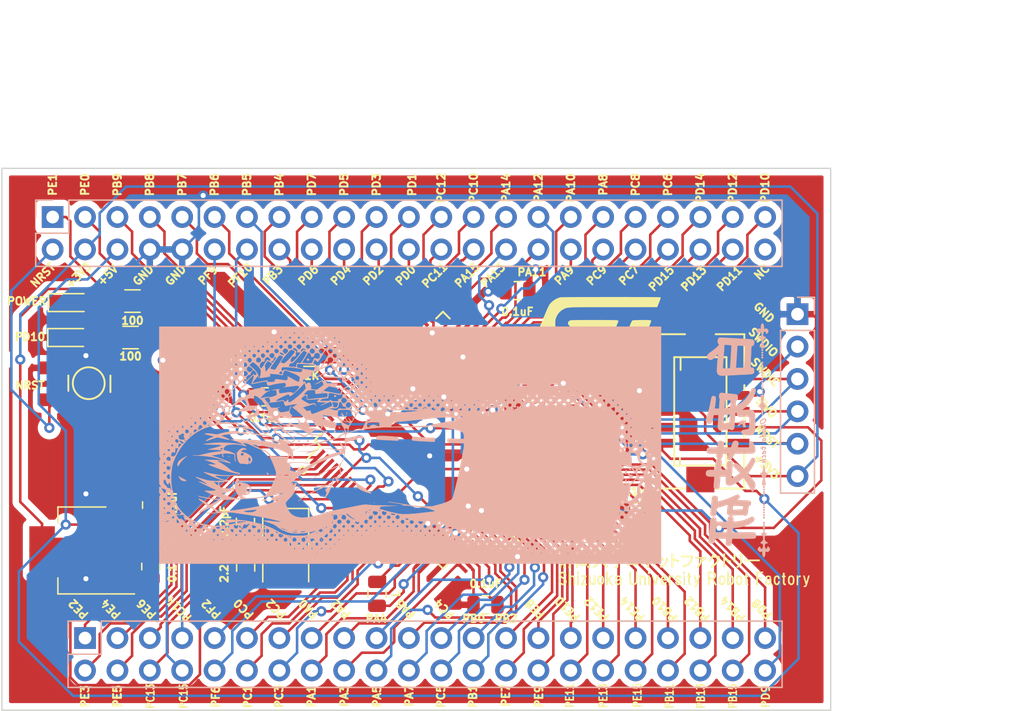
<source format=kicad_pcb>
(kicad_pcb (version 20171130) (host pcbnew "(6.0.0-rc1-dev-1521-g81a0ab4d7)")
  (layers (0 F.Cu signal) (31 B.Cu signal) (34 B.Paste user) (35 F.Paste user) (36 B.SilkS user hide) (37 F.SilkS user) (38 B.Mask user) (39 F.Mask user) (44 Edge.Cuts user))
  (net 0 "")
  (net 1 GND)
  (net 2 NRST)
  (net 3 PF_0)
  (net 4 PF_1)
  (net 5 +5V)
  (net 6 +3V3)
  (net 7 "Net-(D1-Pad2)")
  (net 8 "Net-(D2-Pad2)")
  (net 9 VDDA_VREF)
  (net 10 "Net-(R1-Pad1)")
  (net 11 PD_10)
  (net 12 PE_1)
  (net 13 PE_0)
  (net 14 PB_9)
  (net 15 PB_8)
  (net 16 PB_7)
  (net 17 PB_6)
  (net 18 PB_5)
  (net 19 PB_4)
  (net 20 PB_3)
  (net 21 PD_7)
  (net 22 PD_6)
  (net 23 PD_5)
  (net 24 PD_4)
  (net 25 PD_3)
  (net 26 PD_2)
  (net 27 PD_1)
  (net 28 PD_0)
  (net 29 PC_12)
  (net 30 PC_11)
  (net 31 PA_14)
  (net 32 PF_6)
  (net 33 PA_13)
  (net 34 PA_12)
  (net 35 PA_11)
  (net 36 PA_10)
  (net 37 PA_9)
  (net 38 PA_8)
  (net 39 PC_9)
  (net 40 PC_8)
  (net 41 PC_7)
  (net 42 PC_6)
  (net 43 PD_15)
  (net 44 PD_14)
  (net 45 PD_13)
  (net 46 PD_12)
  (net 47 PD_11)
  (net 48 PD_9)
  (net 49 PD_8)
  (net 50 PB_15)
  (net 51 PB_14)
  (net 52 PB_13)
  (net 53 PB_12)
  (net 54 PB_11)
  (net 55 PB_10)
  (net 56 PE_15)
  (net 57 PE_14)
  (net 58 PE_13)
  (net 59 PE_12)
  (net 60 PE_11)
  (net 61 PE_10)
  (net 62 PE_9)
  (net 63 PE_8)
  (net 64 PE_7)
  (net 65 PB_2)
  (net 66 PB_1)
  (net 67 PB_0)
  (net 68 PC_5)
  (net 69 PC_4)
  (net 70 PA_7)
  (net 71 PA_6)
  (net 72 PA_5)
  (net 73 PA_4)
  (net 74 PA_3)
  (net 75 PA_2)
  (net 76 PA_1)
  (net 77 PA_0)
  (net 78 PF_2)
  (net 79 PC_3)
  (net 80 PC_2)
  (net 81 PC_1)
  (net 82 PC_0)
  (net 83 PF_10)
  (net 84 PF_9)
  (net 85 PC_15)
  (net 86 PC_14)
  (net 87 PC_13)
  (net 88 PE_6)
  (net 89 PE_5)
  (net 90 PE_4)
  (net 91 PE_3)
  (net 92 PE_2)
  (net 93 PC_10)
  (net 94 PA_15)
  (net 95 "Net-(J3-Pad46)")
  (module ビットマップエクスポート:LOGO2 (layer F.Cu) (at 143.51 111.506)
    (fp_text reference " " hide)
    (fp_text value " " hide)
  )
  (module Capacitor_SMD:C_0805_2012Metric (layer F.Cu) (at 119.42 113.3725 90)
    (fp_text reference " ")
    (fp_text value L (at 0 1.5 90) (layer F.SilkS) (effects (font (size 0.6 0.6))))
    (pad 2 smd roundrect (at 0.9375 0 90) (size 0.975 1.4) (layers F.Cu F.Paste F.Mask) (net 9 VDDA_VREF))
    (pad 1 smd roundrect (at -0.9375 0 90) (size 0.975 1.4) (layers F.Cu F.Paste F.Mask) (net 6 +3V3))
  )
  (module Capacitor_SMD:C_0805_2012Metric (layer F.Cu) (at 127.9275 114.23 180)
    (fp_text reference " ")
    (fp_text value 0.1uF (at 0 1.65 180) (layer F.SilkS) (effects (font (size 0.6 0.6))))
    (pad 2 smd roundrect (at 0.9375 0 180) (size 0.975 1.4) (layers F.Cu F.Paste F.Mask) (net 1 GND))
    (pad 1 smd roundrect (at -0.9375 0 180) (size 0.975 1.4) (layers F.Cu F.Paste F.Mask) (net 6 +3V3))
  )
  (module Crystals:Crystal_SMD_5032-2pin_5.0x3.2mm (layer F.Cu) (at 112.26 109.73 270)
    (fp_text reference " ")
    (fp_text value 8MHz (at 0 -0.008) (layer F.SilkS) (effects (font (size 0.6 0.6))))
    (pad 1 smd rect (at -1.85 0 270) (size 2 2.4) (layers F.Cu F.Paste F.Mask) (net 3 PF_0))
    (pad 2 smd rect (at 1.85 0 270) (size 2 2.4) (layers F.Cu F.Paste F.Mask) (net 4 PF_1))
  )
  (module Housings_QFP:LQFP-100_14x14mm_Pitch0.5mm (layer F.Cu) (at 124.59 101.32 45)
    (fp_text reference " ")
    (fp_text value STM32F303VETx (at 0 9.65 45) (layer F.SilkS) (effects (font (size 0.6 0.6))))
    (pad 100 smd rect (at -6 -7.9 135) (size 1.5 0.28) (layers F.Cu F.Paste F.Mask) (net 6 +3V3))
    (pad 99 smd rect (at -5.5 -7.9 135) (size 1.5 0.28) (layers F.Cu F.Paste F.Mask) (net 1 GND))
    (pad 98 smd rect (at -4.999999 -7.9 135) (size 1.5 0.28) (layers F.Cu F.Paste F.Mask) (net 12 PE_1))
    (pad 97 smd rect (at -4.5 -7.9 135) (size 1.5 0.28) (layers F.Cu F.Paste F.Mask) (net 13 PE_0))
    (pad 96 smd rect (at -4.000001 -7.9 135) (size 1.5 0.28) (layers F.Cu F.Paste F.Mask) (net 14 PB_9))
    (pad 95 smd rect (at -3.5 -7.9 135) (size 1.5 0.28) (layers F.Cu F.Paste F.Mask) (net 15 PB_8))
    (pad 94 smd rect (at -3 -7.9 135) (size 1.5 0.28) (layers F.Cu F.Paste F.Mask) (net 10 "Net-(R1-Pad1)"))
    (pad 93 smd rect (at -2.5 -7.900001 135) (size 1.5 0.28) (layers F.Cu F.Paste F.Mask) (net 16 PB_7))
    (pad 92 smd rect (at -2 -7.9 135) (size 1.5 0.28) (layers F.Cu F.Paste F.Mask) (net 17 PB_6))
    (pad 91 smd rect (at -1.5 -7.9 135) (size 1.5 0.28) (layers F.Cu F.Paste F.Mask) (net 18 PB_5))
    (pad 90 smd rect (at -1 -7.9 135) (size 1.5 0.28) (layers F.Cu F.Paste F.Mask) (net 19 PB_4))
    (pad 89 smd rect (at -0.5 -7.9 135) (size 1.5 0.28) (layers F.Cu F.Paste F.Mask) (net 20 PB_3))
    (pad 88 smd rect (at 0 -7.900001 135) (size 1.5 0.28) (layers F.Cu F.Paste F.Mask) (net 21 PD_7))
    (pad 87 smd rect (at 0.5 -7.9 135) (size 1.5 0.28) (layers F.Cu F.Paste F.Mask) (net 22 PD_6))
    (pad 86 smd rect (at 1 -7.9 135) (size 1.5 0.28) (layers F.Cu F.Paste F.Mask) (net 23 PD_5))
    (pad 85 smd rect (at 1.5 -7.9 135) (size 1.5 0.28) (layers F.Cu F.Paste F.Mask) (net 24 PD_4))
    (pad 84 smd rect (at 2 -7.9 135) (size 1.5 0.28) (layers F.Cu F.Paste F.Mask) (net 25 PD_3))
    (pad 83 smd rect (at 2.5 -7.900001 135) (size 1.5 0.28) (layers F.Cu F.Paste F.Mask) (net 26 PD_2))
    (pad 82 smd rect (at 3 -7.9 135) (size 1.5 0.28) (layers F.Cu F.Paste F.Mask) (net 27 PD_1))
    (pad 81 smd rect (at 3.5 -7.9 135) (size 1.5 0.28) (layers F.Cu F.Paste F.Mask) (net 28 PD_0))
    (pad 80 smd rect (at 4.000001 -7.9 135) (size 1.5 0.28) (layers F.Cu F.Paste F.Mask) (net 29 PC_12))
    (pad 79 smd rect (at 4.5 -7.9 135) (size 1.5 0.28) (layers F.Cu F.Paste F.Mask) (net 30 PC_11))
    (pad 78 smd rect (at 4.999999 -7.9 135) (size 1.5 0.28) (layers F.Cu F.Paste F.Mask) (net 93 PC_10))
    (pad 77 smd rect (at 5.5 -7.9 135) (size 1.5 0.28) (layers F.Cu F.Paste F.Mask) (net 94 PA_15))
    (pad 76 smd rect (at 6 -7.9 135) (size 1.5 0.28) (layers F.Cu F.Paste F.Mask) (net 31 PA_14))
    (pad 75 smd rect (at 7.9 -6 45) (size 1.5 0.28) (layers F.Cu F.Paste F.Mask) (net 6 +3V3))
    (pad 74 smd rect (at 7.9 -5.5 45) (size 1.5 0.28) (layers F.Cu F.Paste F.Mask) (net 1 GND))
    (pad 73 smd rect (at 7.9 -4.999999 45) (size 1.5 0.28) (layers F.Cu F.Paste F.Mask) (net 32 PF_6))
    (pad 72 smd rect (at 7.9 -4.5 45) (size 1.5 0.28) (layers F.Cu F.Paste F.Mask) (net 33 PA_13))
    (pad 71 smd rect (at 7.9 -4.000001 45) (size 1.5 0.28) (layers F.Cu F.Paste F.Mask) (net 34 PA_12))
    (pad 70 smd rect (at 7.9 -3.5 45) (size 1.5 0.28) (layers F.Cu F.Paste F.Mask) (net 35 PA_11))
    (pad 69 smd rect (at 7.9 -3 45) (size 1.5 0.28) (layers F.Cu F.Paste F.Mask) (net 36 PA_10))
    (pad 68 smd rect (at 7.900001 -2.5 45) (size 1.5 0.28) (layers F.Cu F.Paste F.Mask) (net 37 PA_9))
    (pad 67 smd rect (at 7.9 -2 45) (size 1.5 0.28) (layers F.Cu F.Paste F.Mask) (net 38 PA_8))
    (pad 66 smd rect (at 7.9 -1.5 45) (size 1.5 0.28) (layers F.Cu F.Paste F.Mask) (net 39 PC_9))
    (pad 65 smd rect (at 7.9 -1 45) (size 1.5 0.28) (layers F.Cu F.Paste F.Mask) (net 40 PC_8))
    (pad 64 smd rect (at 7.9 -0.5 45) (size 1.5 0.28) (layers F.Cu F.Paste F.Mask) (net 41 PC_7))
    (pad 63 smd rect (at 7.900001 0 45) (size 1.5 0.28) (layers F.Cu F.Paste F.Mask) (net 42 PC_6))
    (pad 62 smd rect (at 7.9 0.5 45) (size 1.5 0.28) (layers F.Cu F.Paste F.Mask) (net 43 PD_15))
    (pad 61 smd rect (at 7.9 1 45) (size 1.5 0.28) (layers F.Cu F.Paste F.Mask) (net 44 PD_14))
    (pad 60 smd rect (at 7.9 1.5 45) (size 1.5 0.28) (layers F.Cu F.Paste F.Mask) (net 45 PD_13))
    (pad 59 smd rect (at 7.9 2 45) (size 1.5 0.28) (layers F.Cu F.Paste F.Mask) (net 46 PD_12))
    (pad 58 smd rect (at 7.900001 2.5 45) (size 1.5 0.28) (layers F.Cu F.Paste F.Mask) (net 47 PD_11))
    (pad 57 smd rect (at 7.9 3 45) (size 1.5 0.28) (layers F.Cu F.Paste F.Mask) (net 11 PD_10))
    (pad 56 smd rect (at 7.9 3.5 45) (size 1.5 0.28) (layers F.Cu F.Paste F.Mask) (net 48 PD_9))
    (pad 55 smd rect (at 7.9 4.000001 45) (size 1.5 0.28) (layers F.Cu F.Paste F.Mask) (net 49 PD_8))
    (pad 54 smd rect (at 7.9 4.5 45) (size 1.5 0.28) (layers F.Cu F.Paste F.Mask) (net 50 PB_15))
    (pad 53 smd rect (at 7.9 4.999999 45) (size 1.5 0.28) (layers F.Cu F.Paste F.Mask) (net 51 PB_14))
    (pad 52 smd rect (at 7.9 5.5 45) (size 1.5 0.28) (layers F.Cu F.Paste F.Mask) (net 52 PB_13))
    (pad 51 smd rect (at 7.9 6 45) (size 1.5 0.28) (layers F.Cu F.Paste F.Mask) (net 53 PB_12))
    (pad 50 smd rect (at 6 7.9 135) (size 1.5 0.28) (layers F.Cu F.Paste F.Mask) (net 6 +3V3))
    (pad 49 smd rect (at 5.5 7.9 135) (size 1.5 0.28) (layers F.Cu F.Paste F.Mask) (net 1 GND))
    (pad 48 smd rect (at 4.999999 7.9 135) (size 1.5 0.28) (layers F.Cu F.Paste F.Mask) (net 54 PB_11))
    (pad 47 smd rect (at 4.5 7.9 135) (size 1.5 0.28) (layers F.Cu F.Paste F.Mask) (net 55 PB_10))
    (pad 46 smd rect (at 4.000001 7.9 135) (size 1.5 0.28) (layers F.Cu F.Paste F.Mask) (net 56 PE_15))
    (pad 45 smd rect (at 3.5 7.9 135) (size 1.5 0.28) (layers F.Cu F.Paste F.Mask) (net 57 PE_14))
    (pad 44 smd rect (at 3 7.9 135) (size 1.5 0.28) (layers F.Cu F.Paste F.Mask) (net 58 PE_13))
    (pad 43 smd rect (at 2.5 7.900001 135) (size 1.5 0.28) (layers F.Cu F.Paste F.Mask) (net 59 PE_12))
    (pad 42 smd rect (at 2 7.9 135) (size 1.5 0.28) (layers F.Cu F.Paste F.Mask) (net 60 PE_11))
    (pad 41 smd rect (at 1.5 7.9 135) (size 1.5 0.28) (layers F.Cu F.Paste F.Mask) (net 61 PE_10))
    (pad 40 smd rect (at 1 7.9 135) (size 1.5 0.28) (layers F.Cu F.Paste F.Mask) (net 62 PE_9))
    (pad 39 smd rect (at 0.5 7.9 135) (size 1.5 0.28) (layers F.Cu F.Paste F.Mask) (net 63 PE_8))
    (pad 38 smd rect (at 0 7.900001 135) (size 1.5 0.28) (layers F.Cu F.Paste F.Mask) (net 64 PE_7))
    (pad 37 smd rect (at -0.5 7.9 135) (size 1.5 0.28) (layers F.Cu F.Paste F.Mask) (net 65 PB_2))
    (pad 36 smd rect (at -1 7.9 135) (size 1.5 0.28) (layers F.Cu F.Paste F.Mask) (net 66 PB_1))
    (pad 35 smd rect (at -1.5 7.9 135) (size 1.5 0.28) (layers F.Cu F.Paste F.Mask) (net 67 PB_0))
    (pad 34 smd rect (at -2 7.9 135) (size 1.5 0.28) (layers F.Cu F.Paste F.Mask) (net 68 PC_5))
    (pad 33 smd rect (at -2.5 7.900001 135) (size 1.5 0.28) (layers F.Cu F.Paste F.Mask) (net 69 PC_4))
    (pad 32 smd rect (at -3 7.9 135) (size 1.5 0.28) (layers F.Cu F.Paste F.Mask) (net 70 PA_7))
    (pad 31 smd rect (at -3.5 7.9 135) (size 1.5 0.28) (layers F.Cu F.Paste F.Mask) (net 71 PA_6))
    (pad 30 smd rect (at -4.000001 7.9 135) (size 1.5 0.28) (layers F.Cu F.Paste F.Mask) (net 72 PA_5))
    (pad 29 smd rect (at -4.5 7.9 135) (size 1.5 0.28) (layers F.Cu F.Paste F.Mask) (net 73 PA_4))
    (pad 28 smd rect (at -4.999999 7.9 135) (size 1.5 0.28) (layers F.Cu F.Paste F.Mask) (net 6 +3V3))
    (pad 27 smd rect (at -5.5 7.9 135) (size 1.5 0.28) (layers F.Cu F.Paste F.Mask) (net 1 GND))
    (pad 26 smd rect (at -6 7.9 135) (size 1.5 0.28) (layers F.Cu F.Paste F.Mask) (net 74 PA_3))
    (pad 25 smd rect (at -7.9 6 45) (size 1.5 0.28) (layers F.Cu F.Paste F.Mask) (net 75 PA_2))
    (pad 24 smd rect (at -7.9 5.5 45) (size 1.5 0.28) (layers F.Cu F.Paste F.Mask) (net 76 PA_1))
    (pad 23 smd rect (at -7.9 4.999999 45) (size 1.5 0.28) (layers F.Cu F.Paste F.Mask) (net 77 PA_0))
    (pad 22 smd rect (at -7.9 4.5 45) (size 1.5 0.28) (layers F.Cu F.Paste F.Mask) (net 9 VDDA_VREF))
    (pad 21 smd rect (at -7.9 4.000001 45) (size 1.5 0.28) (layers F.Cu F.Paste F.Mask) (net 9 VDDA_VREF))
    (pad 20 smd rect (at -7.9 3.5 45) (size 1.5 0.28) (layers F.Cu F.Paste F.Mask) (net 1 GND))
    (pad 19 smd rect (at -7.9 3 45) (size 1.5 0.28) (layers F.Cu F.Paste F.Mask) (net 78 PF_2))
    (pad 18 smd rect (at -7.900001 2.5 45) (size 1.5 0.28) (layers F.Cu F.Paste F.Mask) (net 79 PC_3))
    (pad 17 smd rect (at -7.9 2 45) (size 1.5 0.28) (layers F.Cu F.Paste F.Mask) (net 80 PC_2))
    (pad 16 smd rect (at -7.9 1.5 45) (size 1.5 0.28) (layers F.Cu F.Paste F.Mask) (net 81 PC_1))
    (pad 15 smd rect (at -7.9 1 45) (size 1.5 0.28) (layers F.Cu F.Paste F.Mask) (net 82 PC_0))
    (pad 14 smd rect (at -7.9 0.5 45) (size 1.5 0.28) (layers F.Cu F.Paste F.Mask) (net 2 NRST))
    (pad 13 smd rect (at -7.900001 0 45) (size 1.5 0.28) (layers F.Cu F.Paste F.Mask) (net 4 PF_1))
    (pad 12 smd rect (at -7.9 -0.5 45) (size 1.5 0.28) (layers F.Cu F.Paste F.Mask) (net 3 PF_0))
    (pad 11 smd rect (at -7.9 -1 45) (size 1.5 0.28) (layers F.Cu F.Paste F.Mask) (net 83 PF_10))
    (pad 10 smd rect (at -7.9 -1.5 45) (size 1.5 0.28) (layers F.Cu F.Paste F.Mask) (net 84 PF_9))
    (pad 9 smd rect (at -7.9 -2 45) (size 1.5 0.28) (layers F.Cu F.Paste F.Mask) (net 85 PC_15))
    (pad 8 smd rect (at -7.900001 -2.5 45) (size 1.5 0.28) (layers F.Cu F.Paste F.Mask) (net 86 PC_14))
    (pad 7 smd rect (at -7.9 -3 45) (size 1.5 0.28) (layers F.Cu F.Paste F.Mask) (net 87 PC_13))
    (pad 6 smd rect (at -7.9 -3.5 45) (size 1.5 0.28) (layers F.Cu F.Paste F.Mask) (net 6 +3V3))
    (pad 5 smd rect (at -7.9 -4.000001 45) (size 1.5 0.28) (layers F.Cu F.Paste F.Mask) (net 88 PE_6))
    (pad 4 smd rect (at -7.9 -4.5 45) (size 1.5 0.28) (layers F.Cu F.Paste F.Mask) (net 89 PE_5))
    (pad 3 smd rect (at -7.9 -4.999999 45) (size 1.5 0.28) (layers F.Cu F.Paste F.Mask) (net 90 PE_4))
    (pad 2 smd rect (at -7.9 -5.5 45) (size 1.5 0.28) (layers F.Cu F.Paste F.Mask) (net 91 PE_3))
    (pad 1 smd rect (at -7.9 -6 45) (size 1.5 0.28) (layers F.Cu F.Paste F.Mask) (net 92 PE_2))
  )
  (module LEDs:LED_0805 (layer F.Cu) (at 95.44 90.53)
    (fp_text reference POWER (at -3.492 -0.106) (layer F.SilkS) (effects (font (size 0.6 0.6))))
    (fp_text value " ")
    (pad 2 smd rect (at 1.1 0 180) (size 1.2 1.2) (layers F.Cu F.Paste F.Mask) (net 7 "Net-(D1-Pad2)"))
    (pad 1 smd rect (at -1.1 0 180) (size 1.2 1.2) (layers F.Cu F.Paste F.Mask) (net 1 GND))
  )
  (module LEDs:LED_0805 (layer F.Cu) (at 95.4 93.27)
    (fp_text reference PD10 (at -3.198 -0.052) (layer F.SilkS) (effects (font (size 0.6 0.6))))
    (fp_text value " ")
    (pad 1 smd rect (at -1.1 0 180) (size 1.2 1.2) (layers F.Cu F.Paste F.Mask) (net 1 GND))
    (pad 2 smd rect (at 1.1 0 180) (size 1.2 1.2) (layers F.Cu F.Paste F.Mask) (net 8 "Net-(D2-Pad2)"))
  )
  (module Resistors_SMD:R_0805_HandSoldering (layer F.Cu) (at 114.28 94.65 180)
    (fp_text reference " " hide)
    (fp_text value 1K (at -0.02 -1.616 180) (layer F.SilkS) (effects (font (size 0.6 0.6))))
    (pad 1 smd rect (at -1.35 0 180) (size 1.5 1.3) (layers F.Cu F.Paste F.Mask) (net 10 "Net-(R1-Pad1)"))
    (pad 2 smd rect (at 1.35 0 180) (size 1.5 1.3) (layers F.Cu F.Paste F.Mask) (net 1 GND))
  )
  (module Resistors_SMD:R_0805_HandSoldering (layer F.Cu) (at 100.24 90.41 180)
    (fp_text reference " ")
    (fp_text value 100 (at 0 -1.538 180) (layer F.SilkS) (effects (font (size 0.6 0.6))))
    (pad 1 smd rect (at -1.35 0 180) (size 1.5 1.3) (layers F.Cu F.Paste F.Mask) (net 6 +3V3))
    (pad 2 smd rect (at 1.35 0 180) (size 1.5 1.3) (layers F.Cu F.Paste F.Mask) (net 7 "Net-(D1-Pad2)"))
  )
  (module Resistors_SMD:R_0805_HandSoldering (layer F.Cu) (at 100.09 93.27 180)
    (fp_text reference " ")
    (fp_text value 100 (at 0 -1.472 180) (layer F.SilkS) (effects (font (size 0.6 0.6))))
    (pad 2 smd rect (at 1.35 0 180) (size 1.5 1.3) (layers F.Cu F.Paste F.Mask) (net 8 "Net-(D2-Pad2)"))
    (pad 1 smd rect (at -1.35 0 180) (size 1.5 1.3) (layers F.Cu F.Paste F.Mask) (net 11 PD_10))
  )
  (module Resistors_SMD:R_0805_HandSoldering (layer F.Cu) (at 115.31 109.85 90)
    (fp_text reference " ")
    (fp_text value 1M (at 0 1.75 90) (layer F.SilkS) (effects (font (size 0.6 0.6))))
    (pad 2 smd rect (at 1.35 0 90) (size 1.5 1.3) (layers F.Cu F.Paste F.Mask) (net 3 PF_0))
    (pad 1 smd rect (at -1.35 0 90) (size 1.5 1.3) (layers F.Cu F.Paste F.Mask) (net 4 PF_1))
  )
  (module ビットマップエクスポート:SW_ (layer F.Cu) (at 96.81 96.85)
    (fp_text reference NRST (at -4.608 0.178) (layer F.SilkS) (effects (font (size 0.6 0.6))))
    (fp_text value " ")
    (pad 2 smd rect (at -2.5 1.3) (size 2.75 1) (layers F.Cu F.Paste F.Mask) (net 2 NRST))
    (pad 2 smd rect (at 2.5 1.3) (size 2.75 1) (layers F.Cu F.Paste F.Mask) (net 2 NRST))
    (pad 1 smd rect (at 2.5 -1.2) (size 2.75 1) (layers F.Cu F.Paste F.Mask) (net 1 GND))
    (pad 1 smd rect (at -2.5 -1.2) (size 2.75 1) (layers F.Cu F.Paste F.Mask) (net 1 GND))
  )
  (module TO_SOT_Packages_SMD:SOT-223-3_TabPin2 (layer F.Cu) (at 96.3 109.97 180)
    (fp_text reference U1)
    (fp_text value " ")
    (pad 1 smd rect (at -3.15 -2.3 180) (size 2 1.5) (layers F.Cu F.Paste F.Mask) (net 1 GND))
    (pad 3 smd rect (at -3.15 2.3 180) (size 2 1.5) (layers F.Cu F.Paste F.Mask) (net 5 +5V))
    (pad 2 smd rect (at -3.15 0 180) (size 2 1.5) (layers F.Cu F.Paste F.Mask) (net 6 +3V3))
    (pad 2 smd rect (at 3.15 0 180) (size 2 3.8) (layers F.Cu F.Paste F.Mask) (net 6 +3V3))
  )
  (module Capacitor_SMD:C_0805_2012Metric (layer F.Cu) (at 104.7 96.96 90)
    (fp_text reference " ")
    (fp_text value 0.1uF (at 0 1.65 90) (layer F.SilkS) (effects (font (size 0.6 0.6))))
    (pad 1 smd roundrect (at -0.9375 0 90) (size 0.975 1.4) (layers F.Cu F.Paste F.Mask) (net 2 NRST))
    (pad 2 smd roundrect (at 0.9375 0 90) (size 0.975 1.4) (layers F.Cu F.Paste F.Mask) (net 1 GND))
  )
  (module Capacitor_SMD:C_0805_2012Metric (layer F.Cu) (at 109.1 107.71 270)
    (fp_text reference " ")
    (fp_text value 2.2pF (at 0 1.65 270) (layer F.SilkS) (effects (font (size 0.6 0.6))))
    (pad 2 smd roundrect (at 0.9375 0 270) (size 0.975 1.4) (layers F.Cu F.Paste F.Mask) (net 1 GND))
    (pad 1 smd roundrect (at -0.9375 0 270) (size 0.975 1.4) (layers F.Cu F.Paste F.Mask) (net 3 PF_0))
  )
  (module Capacitor_SMD:C_0805_2012Metric (layer F.Cu) (at 109.12 111.3305 90)
    (fp_text reference " ")
    (fp_text value 2.2pF (at 0.0785 -1.678 90) (layer F.SilkS) (effects (font (size 0.6 0.6))))
    (pad 2 smd roundrect (at 0.9375 0 90) (size 0.975 1.4) (layers F.Cu F.Paste F.Mask) (net 1 GND))
    (pad 1 smd roundrect (at -0.9375 0 90) (size 0.975 1.4) (layers F.Cu F.Paste F.Mask) (net 4 PF_1))
  )
  (module Capacitor_SMD:C_0805_2012Metric (layer F.Cu) (at 101.74 106.41 90)
    (fp_text reference " " hide)
    (fp_text value 0.1uF (at 0 1.65 90) (layer F.SilkS) (effects (font (size 0.6 0.6))))
    (pad 1 smd roundrect (at -0.9375 0 90) (size 0.975 1.4) (layers F.Cu F.Paste F.Mask) (net 5 +5V))
    (pad 2 smd roundrect (at 0.9375 0 90) (size 0.975 1.4) (layers F.Cu F.Paste F.Mask) (net 1 GND))
  )
  (module Capacitor_SMD:C_0805_2012Metric (layer F.Cu) (at 139.73 106.97 180)
    (fp_text reference " ")
    (fp_text value 0.1uF (at 0 1.65 180) (layer F.SilkS) (effects (font (size 0.6 0.6))))
    (pad 1 smd roundrect (at -0.9375 0 180) (size 0.975 1.4) (layers F.Cu F.Paste F.Mask) (net 6 +3V3))
    (pad 2 smd roundrect (at 0.9375 0 180) (size 0.975 1.4) (layers F.Cu F.Paste F.Mask) (net 1 GND))
  )
  (module Capacitor_SMD:C_0805_2012Metric (layer F.Cu) (at 130.43 89.59)
    (fp_text reference C7)
    (fp_text value 0.1uF (at 0 1.65) (layer F.SilkS) (effects (font (size 0.6 0.6))))
    (pad 2 smd roundrect (at 0.9375 0) (size 0.975 1.4) (layers F.Cu F.Paste F.Mask) (net 1 GND))
    (pad 1 smd roundrect (at -0.9375 0) (size 0.975 1.4) (layers F.Cu F.Paste F.Mask) (net 6 +3V3))
  )
  (module Capacitor_SMD:C_0805_2012Metric (layer F.Cu) (at 101.68 111.23 270)
    (fp_text reference " ")
    (fp_text value 0.1uF (at 0 -1.698 270) (layer F.SilkS) (effects (font (size 0.6 0.6))))
    (pad 1 smd roundrect (at -0.9375 0 270) (size 0.975 1.4) (layers F.Cu F.Paste F.Mask) (net 6 +3V3))
    (pad 2 smd roundrect (at 0.9375 0 270) (size 0.975 1.4) (layers F.Cu F.Paste F.Mask) (net 1 GND))
  )
  (module Capacitor_SMD:C_0805_2012Metric (layer F.Cu) (at 110.6325 97.92)
    (fp_text reference " ")
    (fp_text value 0.1uF (at 0 1.65) (layer F.SilkS) (effects (font (size 0.6 0.6))))
    (pad 2 smd roundrect (at 0.9375 0) (size 0.975 1.4) (layers F.Cu F.Paste F.Mask) (net 1 GND))
    (pad 1 smd roundrect (at -0.9375 0) (size 0.975 1.4) (layers F.Cu F.Paste F.Mask) (net 6 +3V3))
  )
  (module Connector_PinHeader_2.54mm:PinHeader_1x06_P2.54mm_Vertical (layer B.Cu) (at 152.4 91.44 180)
    (fp_text reference J2)
    (fp_text value " ")
    (pad 1 thru_hole rect (at 0 0 180) (size 1.7 1.7) (drill 1) (layers *.Cu *.Mask) (net 1 GND))
    (pad 2 thru_hole oval (at 0 -2.54 180) (size 1.7 1.7) (drill 1) (layers *.Cu *.Mask) (net 33 PA_13))
    (pad 3 thru_hole oval (at 0 -5.08 180) (size 1.7 1.7) (drill 1) (layers *.Cu *.Mask) (net 31 PA_14))
    (pad 4 thru_hole oval (at 0 -7.62 180) (size 1.7 1.7) (drill 1) (layers *.Cu *.Mask) (net 20 PB_3))
    (pad 5 thru_hole oval (at 0 -10.16 180) (size 1.7 1.7) (drill 1) (layers *.Cu *.Mask) (net 2 NRST))
    (pad 6 thru_hole oval (at 0 -12.7 180) (size 1.7 1.7) (drill 1) (layers *.Cu *.Mask) (net 6 +3V3))
  )
  (module Connector_PinHeader_2.54mm:PinHeader_2x23_P2.54mm_Vertical (layer B.Cu) (at 93.98 83.82 270)
    (fp_text reference " ")
    (fp_text value " ")
    (pad 1 thru_hole rect (at 0 0 270) (size 1.7 1.7) (drill 1) (layers *.Cu *.Mask) (net 12 PE_1))
    (pad 2 thru_hole oval (at 2.54 0 270) (size 1.7 1.7) (drill 1) (layers *.Cu *.Mask) (net 2 NRST))
    (pad 3 thru_hole oval (at 0 -2.54 270) (size 1.7 1.7) (drill 1) (layers *.Cu *.Mask) (net 13 PE_0))
    (pad 4 thru_hole oval (at 2.54 -2.54 270) (size 1.7 1.7) (drill 1) (layers *.Cu *.Mask) (net 6 +3V3))
    (pad 5 thru_hole oval (at 0 -5.08 270) (size 1.7 1.7) (drill 1) (layers *.Cu *.Mask) (net 14 PB_9))
    (pad 6 thru_hole oval (at 2.54 -5.08 270) (size 1.7 1.7) (drill 1) (layers *.Cu *.Mask) (net 5 +5V))
    (pad 7 thru_hole oval (at 0 -7.62 270) (size 1.7 1.7) (drill 1) (layers *.Cu *.Mask) (net 15 PB_8))
    (pad 8 thru_hole oval (at 2.54 -7.62 270) (size 1.7 1.7) (drill 1) (layers *.Cu *.Mask) (net 1 GND))
    (pad 9 thru_hole oval (at 0 -10.16 270) (size 1.7 1.7) (drill 1) (layers *.Cu *.Mask) (net 16 PB_7))
    (pad 10 thru_hole oval (at 2.54 -10.16 270) (size 1.7 1.7) (drill 1) (layers *.Cu *.Mask) (net 1 GND))
    (pad 11 thru_hole oval (at 0 -12.7 270) (size 1.7 1.7) (drill 1) (layers *.Cu *.Mask) (net 17 PB_6))
    (pad 12 thru_hole oval (at 2.54 -12.7 270) (size 1.7 1.7) (drill 1) (layers *.Cu *.Mask) (net 84 PF_9))
    (pad 13 thru_hole oval (at 0 -15.24 270) (size 1.7 1.7) (drill 1) (layers *.Cu *.Mask) (net 18 PB_5))
    (pad 14 thru_hole oval (at 2.54 -15.24 270) (size 1.7 1.7) (drill 1) (layers *.Cu *.Mask) (net 83 PF_10))
    (pad 15 thru_hole oval (at 0 -17.78 270) (size 1.7 1.7) (drill 1) (layers *.Cu *.Mask) (net 19 PB_4))
    (pad 16 thru_hole oval (at 2.54 -17.78 270) (size 1.7 1.7) (drill 1) (layers *.Cu *.Mask) (net 20 PB_3))
    (pad 17 thru_hole oval (at 0 -20.32 270) (size 1.7 1.7) (drill 1) (layers *.Cu *.Mask) (net 21 PD_7))
    (pad 18 thru_hole oval (at 2.54 -20.32 270) (size 1.7 1.7) (drill 1) (layers *.Cu *.Mask) (net 22 PD_6))
    (pad 19 thru_hole oval (at 0 -22.86 270) (size 1.7 1.7) (drill 1) (layers *.Cu *.Mask) (net 23 PD_5))
    (pad 20 thru_hole oval (at 2.54 -22.86 270) (size 1.7 1.7) (drill 1) (layers *.Cu *.Mask) (net 24 PD_4))
    (pad 21 thru_hole oval (at 0 -25.4 270) (size 1.7 1.7) (drill 1) (layers *.Cu *.Mask) (net 25 PD_3))
    (pad 22 thru_hole oval (at 2.54 -25.4 270) (size 1.7 1.7) (drill 1) (layers *.Cu *.Mask) (net 26 PD_2))
    (pad 23 thru_hole oval (at 0 -27.94 270) (size 1.7 1.7) (drill 1) (layers *.Cu *.Mask) (net 27 PD_1))
    (pad 24 thru_hole oval (at 2.54 -27.94 270) (size 1.7 1.7) (drill 1) (layers *.Cu *.Mask) (net 28 PD_0))
    (pad 25 thru_hole oval (at 0 -30.48 270) (size 1.7 1.7) (drill 1) (layers *.Cu *.Mask) (net 29 PC_12))
    (pad 26 thru_hole oval (at 2.54 -30.48 270) (size 1.7 1.7) (drill 1) (layers *.Cu *.Mask) (net 30 PC_11))
    (pad 27 thru_hole oval (at 0 -33.02 270) (size 1.7 1.7) (drill 1) (layers *.Cu *.Mask) (net 93 PC_10))
    (pad 28 thru_hole oval (at 2.54 -33.02 270) (size 1.7 1.7) (drill 1) (layers *.Cu *.Mask) (net 94 PA_15))
    (pad 29 thru_hole oval (at 0 -35.56 270) (size 1.7 1.7) (drill 1) (layers *.Cu *.Mask) (net 31 PA_14))
    (pad 30 thru_hole oval (at 2.54 -35.56 270) (size 1.7 1.7) (drill 1) (layers *.Cu *.Mask) (net 33 PA_13))
    (pad 31 thru_hole oval (at 0 -38.1 270) (size 1.7 1.7) (drill 1) (layers *.Cu *.Mask) (net 34 PA_12))
    (pad 32 thru_hole oval (at 2.54 -38.1 270) (size 1.7 1.7) (drill 1) (layers *.Cu *.Mask) (net 35 PA_11))
    (pad 33 thru_hole oval (at 0 -40.64 270) (size 1.7 1.7) (drill 1) (layers *.Cu *.Mask) (net 36 PA_10))
    (pad 34 thru_hole oval (at 2.54 -40.64 270) (size 1.7 1.7) (drill 1) (layers *.Cu *.Mask) (net 37 PA_9))
    (pad 35 thru_hole oval (at 0 -43.18 270) (size 1.7 1.7) (drill 1) (layers *.Cu *.Mask) (net 38 PA_8))
    (pad 36 thru_hole oval (at 2.54 -43.18 270) (size 1.7 1.7) (drill 1) (layers *.Cu *.Mask) (net 39 PC_9))
    (pad 37 thru_hole oval (at 0 -45.72 270) (size 1.7 1.7) (drill 1) (layers *.Cu *.Mask) (net 40 PC_8))
    (pad 38 thru_hole oval (at 2.54 -45.72 270) (size 1.7 1.7) (drill 1) (layers *.Cu *.Mask) (net 41 PC_7))
    (pad 39 thru_hole oval (at 0 -48.26 270) (size 1.7 1.7) (drill 1) (layers *.Cu *.Mask) (net 42 PC_6))
    (pad 40 thru_hole oval (at 2.54 -48.26 270) (size 1.7 1.7) (drill 1) (layers *.Cu *.Mask) (net 43 PD_15))
    (pad 41 thru_hole oval (at 0 -50.8 270) (size 1.7 1.7) (drill 1) (layers *.Cu *.Mask) (net 44 PD_14))
    (pad 42 thru_hole oval (at 2.54 -50.8 270) (size 1.7 1.7) (drill 1) (layers *.Cu *.Mask) (net 45 PD_13))
    (pad 43 thru_hole oval (at 0 -53.34 270) (size 1.7 1.7) (drill 1) (layers *.Cu *.Mask) (net 46 PD_12))
    (pad 44 thru_hole oval (at 2.54 -53.34 270) (size 1.7 1.7) (drill 1) (layers *.Cu *.Mask) (net 47 PD_11))
    (pad 45 thru_hole oval (at 0 -55.88 270) (size 1.7 1.7) (drill 1) (layers *.Cu *.Mask) (net 11 PD_10))
    (pad 46 thru_hole oval (at 2.54 -55.88 270) (size 1.7 1.7) (drill 1) (layers *.Cu *.Mask) (net 95 "Net-(J3-Pad46)"))
  )
  (module Connector_PinHeader_2.54mm:PinHeader_2x22_P2.54mm_Vertical (layer B.Cu) (at 96.52 116.84 270)
    (fp_text reference " ")
    (fp_text value " ")
    (pad 1 thru_hole rect (at 0 0 270) (size 1.7 1.7) (drill 1) (layers *.Cu *.Mask) (net 92 PE_2))
    (pad 2 thru_hole oval (at 2.54 0 270) (size 1.7 1.7) (drill 1) (layers *.Cu *.Mask) (net 91 PE_3))
    (pad 3 thru_hole oval (at 0 -2.54 270) (size 1.7 1.7) (drill 1) (layers *.Cu *.Mask) (net 90 PE_4))
    (pad 4 thru_hole oval (at 2.54 -2.54 270) (size 1.7 1.7) (drill 1) (layers *.Cu *.Mask) (net 89 PE_5))
    (pad 5 thru_hole oval (at 0 -5.08 270) (size 1.7 1.7) (drill 1) (layers *.Cu *.Mask) (net 88 PE_6))
    (pad 6 thru_hole oval (at 2.54 -5.08 270) (size 1.7 1.7) (drill 1) (layers *.Cu *.Mask) (net 87 PC_13))
    (pad 7 thru_hole oval (at 0 -7.62 270) (size 1.7 1.7) (drill 1) (layers *.Cu *.Mask) (net 86 PC_14))
    (pad 8 thru_hole oval (at 2.54 -7.62 270) (size 1.7 1.7) (drill 1) (layers *.Cu *.Mask) (net 85 PC_15))
    (pad 9 thru_hole oval (at 0 -10.16 270) (size 1.7 1.7) (drill 1) (layers *.Cu *.Mask) (net 78 PF_2))
    (pad 10 thru_hole oval (at 2.54 -10.16 270) (size 1.7 1.7) (drill 1) (layers *.Cu *.Mask) (net 32 PF_6))
    (pad 11 thru_hole oval (at 0 -12.7 270) (size 1.7 1.7) (drill 1) (layers *.Cu *.Mask) (net 82 PC_0))
    (pad 12 thru_hole oval (at 2.54 -12.7 270) (size 1.7 1.7) (drill 1) (layers *.Cu *.Mask) (net 81 PC_1))
    (pad 13 thru_hole oval (at 0 -15.24 270) (size 1.7 1.7) (drill 1) (layers *.Cu *.Mask) (net 80 PC_2))
    (pad 14 thru_hole oval (at 2.54 -15.24 270) (size 1.7 1.7) (drill 1) (layers *.Cu *.Mask) (net 79 PC_3))
    (pad 15 thru_hole oval (at 0 -17.78 270) (size 1.7 1.7) (drill 1) (layers *.Cu *.Mask) (net 77 PA_0))
    (pad 16 thru_hole oval (at 2.54 -17.78 270) (size 1.7 1.7) (drill 1) (layers *.Cu *.Mask) (net 76 PA_1))
    (pad 17 thru_hole oval (at 0 -20.32 270) (size 1.7 1.7) (drill 1) (layers *.Cu *.Mask) (net 75 PA_2))
    (pad 18 thru_hole oval (at 2.54 -20.32 270) (size 1.7 1.7) (drill 1) (layers *.Cu *.Mask) (net 74 PA_3))
    (pad 19 thru_hole oval (at 0 -22.86 270) (size 1.7 1.7) (drill 1) (layers *.Cu *.Mask) (net 73 PA_4))
    (pad 20 thru_hole oval (at 2.54 -22.86 270) (size 1.7 1.7) (drill 1) (layers *.Cu *.Mask) (net 72 PA_5))
    (pad 21 thru_hole oval (at 0 -25.4 270) (size 1.7 1.7) (drill 1) (layers *.Cu *.Mask) (net 71 PA_6))
    (pad 22 thru_hole oval (at 2.54 -25.4 270) (size 1.7 1.7) (drill 1) (layers *.Cu *.Mask) (net 70 PA_7))
    (pad 23 thru_hole oval (at 0 -27.94 270) (size 1.7 1.7) (drill 1) (layers *.Cu *.Mask) (net 69 PC_4))
    (pad 24 thru_hole oval (at 2.54 -27.94 270) (size 1.7 1.7) (drill 1) (layers *.Cu *.Mask) (net 68 PC_5))
    (pad 25 thru_hole oval (at 0 -30.48 270) (size 1.7 1.7) (drill 1) (layers *.Cu *.Mask) (net 67 PB_0))
    (pad 26 thru_hole oval (at 2.54 -30.48 270) (size 1.7 1.7) (drill 1) (layers *.Cu *.Mask) (net 66 PB_1))
    (pad 27 thru_hole oval (at 0 -33.02 270) (size 1.7 1.7) (drill 1) (layers *.Cu *.Mask) (net 65 PB_2))
    (pad 28 thru_hole oval (at 2.54 -33.02 270) (size 1.7 1.7) (drill 1) (layers *.Cu *.Mask) (net 64 PE_7))
    (pad 29 thru_hole oval (at 0 -35.56 270) (size 1.7 1.7) (drill 1) (layers *.Cu *.Mask) (net 63 PE_8))
    (pad 30 thru_hole oval (at 2.54 -35.56 270) (size 1.7 1.7) (drill 1) (layers *.Cu *.Mask) (net 62 PE_9))
    (pad 31 thru_hole oval (at 0 -38.1 270) (size 1.7 1.7) (drill 1) (layers *.Cu *.Mask) (net 61 PE_10))
    (pad 32 thru_hole oval (at 2.54 -38.1 270) (size 1.7 1.7) (drill 1) (layers *.Cu *.Mask) (net 60 PE_11))
    (pad 33 thru_hole oval (at 0 -40.64 270) (size 1.7 1.7) (drill 1) (layers *.Cu *.Mask) (net 59 PE_12))
    (pad 34 thru_hole oval (at 2.54 -40.64 270) (size 1.7 1.7) (drill 1) (layers *.Cu *.Mask) (net 58 PE_13))
    (pad 35 thru_hole oval (at 0 -43.18 270) (size 1.7 1.7) (drill 1) (layers *.Cu *.Mask) (net 57 PE_14))
    (pad 36 thru_hole oval (at 2.54 -43.18 270) (size 1.7 1.7) (drill 1) (layers *.Cu *.Mask) (net 56 PE_15))
    (pad 37 thru_hole oval (at 0 -45.72 270) (size 1.7 1.7) (drill 1) (layers *.Cu *.Mask) (net 55 PB_10))
    (pad 38 thru_hole oval (at 2.54 -45.72 270) (size 1.7 1.7) (drill 1) (layers *.Cu *.Mask) (net 54 PB_11))
    (pad 39 thru_hole oval (at 0 -48.26 270) (size 1.7 1.7) (drill 1) (layers *.Cu *.Mask) (net 53 PB_12))
    (pad 40 thru_hole oval (at 2.54 -48.26 270) (size 1.7 1.7) (drill 1) (layers *.Cu *.Mask) (net 52 PB_13))
    (pad 41 thru_hole oval (at 0 -50.8 270) (size 1.7 1.7) (drill 1) (layers *.Cu *.Mask) (net 51 PB_14))
    (pad 42 thru_hole oval (at 2.54 -50.8 270) (size 1.7 1.7) (drill 1) (layers *.Cu *.Mask) (net 50 PB_15))
    (pad 43 thru_hole oval (at 0 -53.34 270) (size 1.7 1.7) (drill 1) (layers *.Cu *.Mask) (net 49 PD_8))
    (pad 44 thru_hole oval (at 2.54 -53.34 270) (size 1.7 1.7) (drill 1) (layers *.Cu *.Mask) (net 48 PD_9))
  )
  (module ビットマップエクスポート:DF13_02x05 (layer F.Cu) (at 144.78 99.06 270)
    (fp_text reference " ")
    (fp_text value " ")
    (pad 2 smd rect (at -2.5 -3 270) (size 0.7 1.7) (layers F.Cu F.Paste F.Mask) (net 31 PA_14))
    (pad 4 smd rect (at -1.25 -3 270) (size 0.7 1.7) (layers F.Cu F.Paste F.Mask) (net 33 PA_13))
    (pad 6 smd rect (at 0 -3.01 270) (size 0.7 1.7) (layers F.Cu F.Paste F.Mask) (net 20 PB_3))
    (pad 8 smd rect (at 1.25 -3 270) (size 0.7 1.7) (layers F.Cu F.Paste F.Mask) (net 68 PC_5))
    (pad 10 smd rect (at 2.5 -3 270) (size 0.7 1.7) (layers F.Cu F.Paste F.Mask) (net 2 NRST))
    (pad 1 smd rect (at -2.5 3 270) (size 0.7 1.7) (layers F.Cu F.Paste F.Mask) (net 6 +3V3))
    (pad 3 smd rect (at -1.25 3 270) (size 0.7 1.7) (layers F.Cu F.Paste F.Mask) (net 1 GND))
    (pad 5 smd rect (at 0 3 270) (size 0.7 1.7) (layers F.Cu F.Paste F.Mask) (net 1 GND))
    (pad 7 smd rect (at 1.25 3 270) (size 0.7 1.7) (layers F.Cu F.Paste F.Mask) (net 69 PC_4))
    (pad "" smd rect (at -5.35 0 270) (size 2 2.2) (layers F.Cu F.Paste F.Mask))
    (pad "" smd rect (at 5.35 0 270) (size 2 2.2) (layers F.Cu F.Paste F.Mask))
    (pad 9 smd rect (at 2.5 3 270) (size 0.7 1.7) (layers F.Cu F.Paste F.Mask) (net 5 +5V))
  )
  (module ビットマップエクスポート:sirousagikenn (layer B.Cu) (at 147.73 101.36 270)
    (fp_text reference G*** hide)
    (fp_text value LOGO hide)
  )
  (module ビットマップエクスポート:ST (layer F.Cu) (at 136.398 92.964)
    (fp_text reference " " hide)
    (fp_text value " " hide)
  )
  (module ビットマップエクスポート:MikoChino (layer B.Cu) (at 122.02 101.71 270)
    (fp_text reference G*** hide)
    (fp_text value LOGO hide)
  )
  (gr_circle (center 113.62 103.68) (end 113.81 103.86) (layer F.SilkS) (width 0.15))
  (gr_text +3V3 (at 149.99 103.4 315) (layer F.SilkS) (effects (font (size 0.6 0.6))))
  (gr_text "NRST\n" (at 149.99 101.06 315) (layer F.SilkS) (effects (font (size 0.6 0.6))))
  (gr_text "SWO\n" (at 149.96 98.77 315) (layer F.SilkS) (effects (font (size 0.6 0.6))))
  (gr_text SWDIC (at 149.86 96 315) (layer F.SilkS) (effects (font (size 0.6 0.6))))
  (gr_text "SWDIO\n" (at 149.71 93.65 315) (layer F.SilkS) (effects (font (size 0.6 0.6))))
  (gr_text "GND\n" (at 149.77 91.31 315) (layer F.SilkS) (effects (font (size 0.6 0.6))))
  (gr_text PD9 (at 149.91 121.43 90) (layer F.SilkS) (effects (font (size 0.6 0.6) (thickness 0.125))))
  (gr_text PB15 (at 147.33 121.39 90) (layer F.SilkS) (effects (font (size 0.6 0.5) (thickness 0.125))))
  (gr_text PB13 (at 144.82 121.39 90) (layer F.SilkS) (effects (font (size 0.6 0.5) (thickness 0.125))))
  (gr_text PB11 (at 142.37 121.39 90) (layer F.SilkS) (effects (font (size 0.6 0.5) (thickness 0.125))))
  (gr_text PE15 (at 139.85 121.33 90) (layer F.SilkS) (effects (font (size 0.6 0.5) (thickness 0.125))))
  (gr_text PE13 (at 137.17 121.37 90) (layer F.SilkS) (effects (font (size 0.6 0.5) (thickness 0.125))))
  (gr_text PE11 (at 134.54 121.35 90) (layer F.SilkS) (effects (font (size 0.6 0.5) (thickness 0.125))))
  (gr_text "PE9\n" (at 132.12 121.42 90) (layer F.SilkS) (effects (font (size 0.6 0.6))))
  (gr_text PE7 (at 129.52 121.35 90) (layer F.SilkS) (effects (font (size 0.6 0.6))))
  (gr_text PB1 (at 126.94 121.4 90) (layer F.SilkS) (effects (font (size 0.6 0.6))))
  (gr_text PC5 (at 124.44 121.42 90) (layer F.SilkS) (effects (font (size 0.6 0.6))))
  (gr_text PA7 (at 121.95 121.37 90) (layer F.SilkS) (effects (font (size 0.6 0.6))))
  (gr_text "PA5\n" (at 119.42 121.42 90) (layer F.SilkS) (effects (font (size 0.6 0.6))))
  (gr_text PA3 (at 116.86 121.4 90) (layer F.SilkS) (effects (font (size 0.6 0.6))))
  (gr_text PA1 (at 114.28 121.42 90) (layer F.SilkS) (effects (font (size 0.6 0.6))))
  (gr_text PC3 (at 111.74 121.42 90) (layer F.SilkS) (effects (font (size 0.6 0.6))))
  (gr_text PC1 (at 109.28 121.44 90) (layer F.SilkS) (effects (font (size 0.6 0.6))))
  (gr_text PF6 (at 106.77 121.44 90) (layer F.SilkS) (effects (font (size 0.6 0.6))))
  (gr_text PE5 (at 99.05 121.4 90) (layer F.SilkS) (effects (font (size 0.6 0.6))))
  (gr_text PC15 (at 104.25 121.4 90) (layer F.SilkS) (effects (font (size 0.6 0.5) (thickness 0.125))))
  (gr_text PC13 (at 101.65 121.4 90) (layer F.SilkS) (effects (font (size 0.6 0.5) (thickness 0.125))))
  (gr_text PE5 (at 99.06 121.412 90) (layer F.SilkS) (effects (font (size 0.6 0.6))))
  (gr_text PE3 (at 96.52 121.412 90) (layer F.SilkS) (effects (font (size 0.6 0.6))))
  (gr_text PD8 (at 149.606 114.554 135) (layer F.SilkS) (effects (font (size 0.6 0.6))))
  (gr_text PB14 (at 147.32 114.554 135) (layer F.SilkS) (effects (font (size 0.6 0.6))))
  (gr_text PB12 (at 144.526 114.554 135) (layer F.SilkS) (effects (font (size 0.6 0.6))))
  (gr_text PB10 (at 141.986 114.554 135) (layer F.SilkS) (effects (font (size 0.6 0.6))))
  (gr_text "PE14\n" (at 139.446 114.554 135) (layer F.SilkS) (effects (font (size 0.6 0.6))))
  (gr_text PE12 (at 136.652 114.554 135) (layer F.SilkS) (effects (font (size 0.6 0.6))))
  (gr_text PE10 (at 134.366 114.554 135) (layer F.SilkS) (effects (font (size 0.6 0.6))))
  (gr_text PE8 (at 131.826 114.554 135) (layer F.SilkS) (effects (font (size 0.6 0.6))))
  (gr_text PB2 (at 129.54 115.316) (layer F.SilkS) (effects (font (size 0.6 0.6))))
  (gr_text PB0 (at 127 115.316) (layer F.SilkS) (effects (font (size 0.6 0.6))))
  (gr_text PC4 (at 124.714 114.554 135) (layer F.SilkS) (effects (font (size 0.6 0.6))))
  (gr_text PA4 (at 119.38 115.316) (layer F.SilkS) (effects (font (size 0.6 0.6))))
  (gr_text PA6 (at 121.666 114.554 135) (layer F.SilkS) (effects (font (size 0.6 0.6))))
  (gr_text PA2 (at 116.586 114.554 135) (layer F.SilkS) (effects (font (size 0.6 0.6))))
  (gr_text PA0 (at 114.046 114.554 135) (layer F.SilkS) (effects (font (size 0.6 0.6))))
  (gr_text "PC2\n" (at 111.506 114.554 135) (layer F.SilkS) (effects (font (size 0.6 0.6))))
  (gr_text PC0 (at 108.966 114.554 135) (layer F.SilkS) (effects (font (size 0.6 0.6))))
  (gr_text PF2 (at 106.426 114.554 135) (layer F.SilkS) (effects (font (size 0.6 0.6))))
  (gr_text PC14 (at 103.886 114.554 135) (layer F.SilkS) (effects (font (size 0.6 0.6))))
  (gr_text PE6 (at 101.346 114.554 135) (layer F.SilkS) (effects (font (size 0.6 0.6))))
  (gr_text PE4 (at 98.552 114.554 135) (layer F.SilkS) (effects (font (size 0.6 0.6))))
  (gr_text "PE2\n" (at 96.012 114.554 135) (layer F.SilkS) (effects (font (size 0.6 0.6))))
  (gr_text NC (at 149.606 88.138 45) (layer F.SilkS) (effects (font (size 0.6 0.6))))
  (gr_text PD11 (at 147.066 88.646 45) (layer F.SilkS) (effects (font (size 0.6 0.6))))
  (gr_text "PD13\n" (at 144.272 88.646 45) (layer F.SilkS) (effects (font (size 0.6 0.6))))
  (gr_text "PD13\n" (at 144.272 88.646 45) (layer F.SilkS) (effects (font (size 0.6 0.6))))
  (gr_text "PD15\n" (at 141.732 88.646 45) (layer F.SilkS) (effects (font (size 0.6 0.6))))
  (gr_text PC7 (at 139.192 88.392 45) (layer F.SilkS) (effects (font (size 0.6 0.6))))
  (gr_text PC9 (at 136.652 88.392 45) (layer F.SilkS) (effects (font (size 0.6 0.6))))
  (gr_text PA9 (at 134.112 88.392 45) (layer F.SilkS) (effects (font (size 0.6 0.6))))
  (gr_text PA11 (at 131.572 88.138) (layer F.SilkS) (effects (font (size 0.6 0.6))))
  (gr_text PA13 (at 128.524 88.392 45) (layer F.SilkS) (effects (font (size 0.6 0.6))))
  (gr_text PA15 (at 126.492 88.392 45) (layer F.SilkS) (effects (font (size 0.6 0.6))))
  (gr_text PC11 (at 123.952 88.392 45) (layer F.SilkS) (effects (font (size 0.6 0.6))))
  (gr_text PD0 (at 121.666 88.392 45) (layer F.SilkS) (effects (font (size 0.6 0.6))))
  (gr_text PD2 (at 119.126 88.392 45) (layer F.SilkS) (effects (font (size 0.6 0.6))))
  (gr_text PD4 (at 116.586 88.392 45) (layer F.SilkS) (effects (font (size 0.6 0.6))))
  (gr_text "PD6\n" (at 114.046 88.392 45) (layer F.SilkS) (effects (font (size 0.6 0.6))))
  (gr_text PB3 (at 111.252 88.392 45) (layer F.SilkS) (effects (font (size 0.6 0.6))))
  (gr_text "PF10\n" (at 108.712 88.392 45) (layer F.SilkS) (effects (font (size 0.6 0.6))))
  (gr_text "PF9\n" (at 106.172 88.392 45) (layer F.SilkS) (effects (font (size 0.6 0.6))))
  (gr_text "GND\n" (at 103.632 88.392 45) (layer F.SilkS) (effects (font (size 0.6 0.6))))
  (gr_text "GND\n" (at 101.092 88.392 45) (layer F.SilkS) (effects (font (size 0.6 0.6))))
  (gr_text "+5V\n" (at 98.298 88.392 45) (layer F.SilkS) (effects (font (size 0.6 0.6))))
  (gr_text "+3V3\n" (at 96.012 88.392 45) (layer F.SilkS) (effects (font (size 0.6 0.6))))
  (gr_text "NRST\n" (at 93.218 88.392 45) (layer F.SilkS) (effects (font (size 0.6 0.6))))
  (gr_text "PD10\n" (at 149.86 81.534 90) (layer F.SilkS) (effects (font (size 0.6 0.6))))
  (gr_text "PD12\n" (at 147.32 81.534 90) (layer F.SilkS) (effects (font (size 0.6 0.6))))
  (gr_text "PD14\n" (at 144.78 81.534 90) (layer F.SilkS) (effects (font (size 0.6 0.6))))
  (gr_text "PC6\n" (at 142.24 81.28 90) (layer F.SilkS) (effects (font (size 0.6 0.6))))
  (gr_text "PC8\n" (at 139.7 81.28 90) (layer F.SilkS) (effects (font (size 0.6 0.6))))
  (gr_text PA8 (at 137.16 81.28 90) (layer F.SilkS) (effects (font (size 0.6 0.6))))
  (gr_text "PA10\n" (at 134.62 81.534 90) (layer F.SilkS) (effects (font (size 0.6 0.6))))
  (gr_text "PA12\n" (at 132.08 81.534 90) (layer F.SilkS) (effects (font (size 0.6 0.6))))
  (gr_text PA14 (at 129.54 81.534 90) (layer F.SilkS) (effects (font (size 0.6 0.6))))
  (gr_text "PC10\n" (at 127 81.534 90) (layer F.SilkS) (effects (font (size 0.6 0.6))))
  (gr_text PC12 (at 124.46 81.534 90) (layer F.SilkS) (effects (font (size 0.6 0.6))))
  (gr_text PD1 (at 122.174 81.28 90) (layer F.SilkS) (effects (font (size 0.6 0.6))))
  (gr_text PD3 (at 119.38 81.28 90) (layer F.SilkS) (effects (font (size 0.6 0.6))))
  (gr_text PD5 (at 116.84 81.28 90) (layer F.SilkS) (effects (font (size 0.6 0.6))))
  (gr_text PD7 (at 114.3 81.28 90) (layer F.SilkS) (effects (font (size 0.6 0.6))))
  (gr_text PB4 (at 111.76 81.28 90) (layer F.SilkS) (effects (font (size 0.6 0.6))))
  (gr_text PB5 (at 109.22 81.28 90) (layer F.SilkS) (effects (font (size 0.6 0.6))))
  (gr_text PB6 (at 106.68 81.28 90) (layer F.SilkS) (effects (font (size 0.6 0.6))))
  (gr_text PB7 (at 104.14 81.28 90) (layer F.SilkS) (effects (font (size 0.6 0.6))))
  (gr_text PB8 (at 101.6 81.28 90) (layer F.SilkS) (effects (font (size 0.6 0.6))))
  (gr_text PB9 (at 99.06 81.28 90) (layer F.SilkS) (effects (font (size 0.6 0.6))))
  (gr_text "PE0\n" (at 96.52 81.28 90) (layer F.SilkS) (effects (font (size 0.6 0.6))))
  (gr_text PE1 (at 93.98 81.28 90) (layer F.SilkS) (effects (font (size 0.6 0.6))))
  (gr_line (start 90 122.5) (end 90 80) (angle 90) (layer Edge.Cuts) (width 0.1))
  (gr_line (start 155 80) (end 155 122.5) (angle 90) (layer Edge.Cuts) (width 0.1))
  (gr_line (start 155 122.5) (end 90 122.5) (angle 90) (layer Edge.Cuts) (width 0.1))
  (gr_line (start 90 80) (end 155 80) (angle 90) (layer Edge.Cuts) (width 0.1))
  (segment (start 101.5775 112.27) (end 101.68 112.1675) (width 1) (layer F.Cu) (net 1))
  (segment (start 99.45 112.27) (end 101.5775 112.27) (width 1) (layer F.Cu) (net 1))
  (via (at 96.59 112.19) (size 0.8) (drill 0.4) (layers F.Cu B.Cu) (net 1))
  (segment (start 99.45 112.27) (end 96.67 112.27) (width 1) (layer F.Cu) (net 1))
  (segment (start 96.67 112.27) (end 96.59 112.19) (width 1) (layer F.Cu) (net 1))
  (via (at 96.59 105.53) (size 0.8) (drill 0.4) (layers F.Cu B.Cu) (net 1))
  (segment (start 96.59 112.19) (end 96.59 105.53) (width 1) (layer B.Cu) (net 1))
  (segment (start 101.6825 105.53) (end 101.74 105.4725) (width 1) (layer F.Cu) (net 1))
  (segment (start 96.59 105.53) (end 101.6825 105.53) (width 1) (layer F.Cu) (net 1))
  (segment (start 109.12 108.6675) (end 109.1 108.6475) (width 0.2) (layer F.Cu) (net 1))
  (segment (start 109.12 110.393) (end 109.12 108.6675) (width 0.2) (layer F.Cu) (net 1))
  (segment (start 96.190001 112.589999) (end 96.59 112.19) (width 0.2) (layer F.Cu) (net 1))
  (segment (start 95.369999 113.410001) (end 96.190001 112.589999) (width 0.2) (layer F.Cu) (net 1))
  (segment (start 95.369999 119.932001) (end 95.369999 113.410001) (width 0.2) (layer F.Cu) (net 1))
  (segment (start 95.967999 120.530001) (end 95.369999 119.932001) (width 0.2) (layer F.Cu) (net 1))
  (segment (start 104.692001 120.530001) (end 95.967999 120.530001) (width 0.2) (layer F.Cu) (net 1))
  (segment (start 105.529999 119.692003) (end 104.692001 120.530001) (width 0.2) (layer F.Cu) (net 1))
  (segment (start 105.529999 113.983001) (end 105.529999 119.692003) (width 0.2) (layer F.Cu) (net 1))
  (segment (start 109.12 110.393) (end 105.529999 113.983001) (width 0.2) (layer F.Cu) (net 1))
  (segment (start 126.888096 111.396271) (end 126.888096 111.498096) (width 0.2) (layer F.Cu) (net 1))
  (segment (start 126.287056 110.795231) (end 126.888096 111.396271) (width 0.2) (layer F.Cu) (net 1))
  (segment (start 126.99 111.498175) (end 126.99 114.23) (width 0.2) (layer F.Cu) (net 1))
  (segment (start 126.888096 111.396271) (end 126.99 111.498175) (width 0.2) (layer F.Cu) (net 1))
  (segment (start 138.018175 106.97) (end 138.7925 106.97) (width 0.2) (layer F.Cu) (net 1))
  (segment (start 134.065231 103.017056) (end 138.018175 106.97) (width 0.2) (layer F.Cu) (net 1))
  (segment (start 141.78 99.06) (end 141.78 97.81) (width 0.2) (layer F.Cu) (net 1))
  (via (at 128.14318 89.663029) (size 0.8) (drill 0.4) (layers F.Cu B.Cu) (net 1))
  (segment (start 126.287056 91.844769) (end 126.888096 91.243729) (width 0.2) (layer F.Cu) (net 1))
  (segment (start 126.888096 91.243729) (end 126.888096 90.918113) (width 0.2) (layer F.Cu) (net 1))
  (segment (start 127.743181 90.063028) (end 128.14318 89.663029) (width 0.2) (layer F.Cu) (net 1))
  (segment (start 126.888096 90.918113) (end 127.743181 90.063028) (width 0.2) (layer F.Cu) (net 1))
  (segment (start 129.876191 87.930018) (end 131.304333 87.930018) (width 0.2) (layer B.Cu) (net 1))
  (segment (start 131.304333 87.930018) (end 131.870018 87.930018) (width 0.2) (layer B.Cu) (net 1))
  (segment (start 128.14318 89.663029) (end 129.876191 87.930018) (width 0.2) (layer B.Cu) (net 1))
  (segment (start 131.470019 88.330017) (end 131.870018 87.930018) (width 0.2) (layer F.Cu) (net 1))
  (segment (start 131.3675 89.59) (end 131.3675 88.432536) (width 0.2) (layer F.Cu) (net 1))
  (via (at 131.870018 87.930018) (size 0.8) (drill 0.4) (layers F.Cu B.Cu) (net 1))
  (segment (start 131.3675 88.432536) (end 131.470019 88.330017) (width 0.2) (layer F.Cu) (net 1))
  (via (at 111.35 92.83) (size 0.8) (drill 0.4) (layers F.Cu B.Cu) (net 1))
  (segment (start 111.35 93.17) (end 111.35 92.83) (width 0.2) (layer F.Cu) (net 1))
  (segment (start 112.93 94.65) (end 112.83 94.65) (width 0.2) (layer F.Cu) (net 1))
  (segment (start 112.83 94.65) (end 111.35 93.17) (width 0.2) (layer F.Cu) (net 1))
  (segment (start 99.6825 96.0225) (end 99.31 95.65) (width 0.2) (layer F.Cu) (net 1))
  (segment (start 104.7 96.0225) (end 99.6825 96.0225) (width 0.2) (layer F.Cu) (net 1))
  (segment (start 99.31 95.65) (end 94.31 95.65) (width 0.2) (layer F.Cu) (net 1))
  (segment (start 94.34 93.23) (end 94.3 93.27) (width 0.2) (layer F.Cu) (net 1))
  (segment (start 94.34 90.53) (end 94.34 93.23) (width 0.2) (layer F.Cu) (net 1))
  (segment (start 94.3 95.64) (end 94.31 95.65) (width 0.2) (layer F.Cu) (net 1))
  (segment (start 94.3 93.27) (end 94.3 95.64) (width 0.2) (layer F.Cu) (net 1))
  (segment (start 101.6 86.36) (end 104.14 86.36) (width 0.2) (layer B.Cu) (net 1))
  (segment (start 101.6 86.36) (end 96.59 91.37) (width 0.2) (layer B.Cu) (net 1))
  (via (at 96.59 94.69) (size 0.8) (drill 0.4) (layers F.Cu B.Cu) (net 1))
  (segment (start 96.145 94.69) (end 96.59 94.69) (width 0.2) (layer F.Cu) (net 1))
  (segment (start 95.185 95.65) (end 96.145 94.69) (width 0.2) (layer F.Cu) (net 1))
  (segment (start 94.31 95.65) (end 95.185 95.65) (width 0.2) (layer F.Cu) (net 1))
  (segment (start 96.59 91.37) (end 96.59 94.69) (width 0.2) (layer B.Cu) (net 1))
  (segment (start 96.59 94.69) (end 96.59 105.53) (width 0.2) (layer B.Cu) (net 1))
  (segment (start 115.715809 100.223984) (end 121.233984 100.223984) (width 0.2) (layer F.Cu) (net 1))
  (segment (start 115.114769 99.622944) (end 115.715809 100.223984) (width 0.2) (layer F.Cu) (net 1))
  (segment (start 121.233984 100.223984) (end 123.31 102.3) (width 0.2) (layer F.Cu) (net 1))
  (via (at 123.55 102.55) (size 0.8) (drill 0.4) (layers F.Cu B.Cu) (net 1))
  (segment (start 123.31 102.3) (end 123.31 102.31) (width 0.2) (layer F.Cu) (net 1))
  (segment (start 123.31 102.31) (end 123.55 102.55) (width 0.2) (layer F.Cu) (net 1))
  (via (at 123.41 107.85) (size 0.8) (drill 0.4) (layers F.Cu B.Cu) (net 1))
  (segment (start 123.55 102.55) (end 123.55 107.71) (width 0.2) (layer B.Cu) (net 1))
  (segment (start 123.55 107.71) (end 123.41 107.85) (width 0.2) (layer B.Cu) (net 1))
  (segment (start 122.07977 108.779977) (end 121.47873 109.381017) (width 0.2) (layer F.Cu) (net 1))
  (segment (start 122.609748 108.249999) (end 122.07977 108.779977) (width 0.2) (layer F.Cu) (net 1))
  (segment (start 123.010001 108.249999) (end 122.609748 108.249999) (width 0.2) (layer F.Cu) (net 1))
  (segment (start 123.41 107.85) (end 123.010001 108.249999) (width 0.2) (layer F.Cu) (net 1))
  (segment (start 123.41 107.918175) (end 123.41 107.85) (width 0.2) (layer F.Cu) (net 1))
  (segment (start 126.287056 110.795231) (end 123.41 107.918175) (width 0.2) (layer F.Cu) (net 1))
  (segment (start 111.57 99.131469) (end 111.481479 99.21999) (width 0.2) (layer F.Cu) (net 1))
  (segment (start 111.35 92.83) (end 111.35 99.088511) (width 0.2) (layer B.Cu) (net 1))
  (segment (start 114.513729 99.021904) (end 111.679565 99.021904) (width 0.2) (layer F.Cu) (net 1))
  (segment (start 111.35 99.088511) (end 111.481479 99.21999) (width 0.2) (layer B.Cu) (net 1))
  (via (at 111.481479 99.21999) (size 0.8) (drill 0.4) (layers F.Cu B.Cu) (net 1))
  (segment (start 111.57 97.92) (end 111.57 99.131469) (width 0.2) (layer F.Cu) (net 1))
  (segment (start 111.679565 99.021904) (end 111.481479 99.21999) (width 0.2) (layer F.Cu) (net 1))
  (segment (start 115.114769 99.622944) (end 114.513729 99.021904) (width 0.2) (layer F.Cu) (net 1))
  (segment (start 125.359991 92.98001) (end 125.359991 95.960009) (width 0.2) (layer F.Cu) (net 1))
  (segment (start 125.686016 92.653986) (end 125.359991 92.98001) (width 0.2) (layer F.Cu) (net 1))
  (segment (start 126.287056 91.844769) (end 125.686016 92.445809) (width 0.2) (layer F.Cu) (net 1))
  (segment (start 125.686016 92.445809) (end 125.686016 92.653986) (width 0.2) (layer F.Cu) (net 1))
  (via (at 124.66 97.93) (size 0.8) (drill 0.4) (layers F.Cu B.Cu) (net 1))
  (segment (start 125.359991 95.960009) (end 124.66 96.66) (width 0.2) (layer F.Cu) (net 1))
  (segment (start 124.66 96.66) (end 124.66 97.93) (width 0.2) (layer F.Cu) (net 1))
  (segment (start 124.66 101.44) (end 123.55 102.55) (width 0.2) (layer B.Cu) (net 1))
  (segment (start 124.66 97.93) (end 124.66 101.44) (width 0.2) (layer B.Cu) (net 1))
  (segment (start 123.949999 102.150001) (end 123.55 102.55) (width 0.2) (layer F.Cu) (net 1))
  (segment (start 133.198176 102.150001) (end 123.949999 102.150001) (width 0.2) (layer F.Cu) (net 1))
  (segment (start 134.065231 103.017056) (end 133.198176 102.150001) (width 0.2) (layer F.Cu) (net 1))
  (via (at 105.785188 82.13001) (size 0.8) (drill 0.4) (layers F.Cu B.Cu) (net 1))
  (segment (start 152.4 91.44) (end 152.4 84.33) (width 0.2) (layer F.Cu) (net 1))
  (segment (start 152.4 84.33) (end 150.20001 82.13001) (width 0.2) (layer F.Cu) (net 1))
  (segment (start 105.450001 83.030882) (end 105.785188 82.695695) (width 0.2) (layer B.Cu) (net 1))
  (segment (start 105.785188 82.695695) (end 105.785188 82.13001) (width 0.2) (layer B.Cu) (net 1))
  (segment (start 105.450001 85.049999) (end 105.450001 83.030882) (width 0.2) (layer B.Cu) (net 1))
  (segment (start 104.14 86.36) (end 105.450001 85.049999) (width 0.2) (layer B.Cu) (net 1))
  (segment (start 106.350873 82.13001) (end 105.785188 82.13001) (width 0.2) (layer F.Cu) (net 1))
  (segment (start 150.20001 82.13001) (end 106.350873 82.13001) (width 0.2) (layer F.Cu) (net 1))
  (segment (start 105.648504 96.0225) (end 108.066003 98.439999) (width 0.2) (layer F.Cu) (net 1))
  (segment (start 108.066003 98.439999) (end 108.726001 98.439999) (width 0.2) (layer F.Cu) (net 1))
  (segment (start 109.406069 99.120067) (end 110.815871 99.120067) (width 0.2) (layer F.Cu) (net 1))
  (segment (start 110.815871 99.120067) (end 110.915794 99.21999) (width 0.2) (layer F.Cu) (net 1))
  (segment (start 110.915794 99.21999) (end 111.481479 99.21999) (width 0.2) (layer F.Cu) (net 1))
  (segment (start 108.726001 98.439999) (end 109.406069 99.120067) (width 0.2) (layer F.Cu) (net 1))
  (segment (start 104.7 96.0225) (end 105.648504 96.0225) (width 0.2) (layer F.Cu) (net 1))
  (via (at 140 97.44) (size 0.8) (drill 0.4) (layers F.Cu B.Cu) (net 1))
  (segment (start 140 97.78) (end 140 97.44) (width 0.2) (layer F.Cu) (net 1))
  (segment (start 141.78 99.06) (end 141.28 99.06) (width 0.2) (layer F.Cu) (net 1))
  (segment (start 140.37 97.81) (end 140 97.44) (width 0.2) (layer F.Cu) (net 1))
  (segment (start 141.78 97.81) (end 140.37 97.81) (width 0.2) (layer F.Cu) (net 1))
  (segment (start 140.01 97.43) (end 140 97.44) (width 0.2) (layer B.Cu) (net 1))
  (segment (start 140.01 96.35) (end 140.01 97.43) (width 0.2) (layer B.Cu) (net 1))
  (segment (start 152.4 91.44) (end 144.92 91.44) (width 0.2) (layer B.Cu) (net 1))
  (segment (start 144.92 91.44) (end 140.01 96.35) (width 0.2) (layer B.Cu) (net 1))
  (segment (start 152.36 101.56) (end 152.4 101.6) (width 0.2) (layer F.Cu) (net 2))
  (segment (start 147.78 101.56) (end 152.36 101.56) (width 0.2) (layer F.Cu) (net 2))
  (segment (start 99.5625 97.8975) (end 99.31 98.15) (width 0.2) (layer F.Cu) (net 2))
  (segment (start 104.7 97.8975) (end 99.5625 97.8975) (width 0.2) (layer F.Cu) (net 2))
  (segment (start 99.31 98.15) (end 94.31 98.15) (width 0.2) (layer F.Cu) (net 2))
  (via (at 126.46 103.59) (size 0.8) (drill 0.4) (layers F.Cu B.Cu) (net 2))
  (segment (start 123.027107 103.59) (end 119.35741 107.259697) (width 0.2) (layer F.Cu) (net 2))
  (segment (start 126.46 103.59) (end 123.027107 103.59) (width 0.2) (layer F.Cu) (net 2))
  (segment (start 140.935849 101.320149) (end 135.7257 96.11) (width 0.2) (layer B.Cu) (net 2))
  (segment (start 141.6917 101.6) (end 141.411849 101.320149) (width 0.2) (layer B.Cu) (net 2))
  (segment (start 141.411849 101.320149) (end 140.935849 101.320149) (width 0.2) (layer B.Cu) (net 2))
  (segment (start 135.7257 96.11) (end 133.374315 96.11) (width 0.2) (layer B.Cu) (net 2))
  (segment (start 133.374315 96.11) (end 126.46 103.024315) (width 0.2) (layer B.Cu) (net 2))
  (segment (start 152.4 101.6) (end 141.6917 101.6) (width 0.2) (layer B.Cu) (net 2))
  (segment (start 126.46 103.024315) (end 126.46 103.59) (width 0.2) (layer B.Cu) (net 2))
  (via (at 93.72 100.35) (size 0.8) (drill 0.4) (layers F.Cu B.Cu) (net 2))
  (segment (start 93.72 98.74) (end 94.31 98.15) (width 0.2) (layer F.Cu) (net 2))
  (segment (start 93.72 100.35) (end 93.72 98.74) (width 0.2) (layer F.Cu) (net 2))
  (segment (start 105.256237 98.453737) (end 104.7 97.8975) (width 0.2) (layer F.Cu) (net 2))
  (segment (start 108.672502 101.870002) (end 105.256237 98.453737) (width 0.2) (layer F.Cu) (net 2))
  (segment (start 111.886002 101.870002) (end 108.672502 101.870002) (width 0.2) (layer F.Cu) (net 2))
  (segment (start 112.086004 101.67) (end 111.886002 101.870002) (width 0.2) (layer F.Cu) (net 2))
  (segment (start 121.107107 101.67) (end 118.746012 101.67) (width 0.2) (layer F.Cu) (net 2))
  (segment (start 118.746012 101.67) (end 118.376001 102.040011) (width 0.2) (layer F.Cu) (net 2))
  (segment (start 118.376001 102.040011) (end 117.618616 102.040011) (width 0.2) (layer F.Cu) (net 2))
  (segment (start 123.027107 103.59) (end 121.107107 101.67) (width 0.2) (layer F.Cu) (net 2))
  (segment (start 117.618616 102.040011) (end 117.248605 101.67) (width 0.2) (layer F.Cu) (net 2))
  (segment (start 117.248605 101.67) (end 112.086004 101.67) (width 0.2) (layer F.Cu) (net 2))
  (segment (start 90.739998 97.369998) (end 93.320001 99.950001) (width 0.2) (layer B.Cu) (net 2))
  (segment (start 93.98 86.36) (end 90.739998 89.600002) (width 0.2) (layer B.Cu) (net 2))
  (segment (start 93.320001 99.950001) (end 93.72 100.35) (width 0.2) (layer B.Cu) (net 2))
  (segment (start 90.739998 89.600002) (end 90.739998 97.369998) (width 0.2) (layer B.Cu) (net 2))
  (segment (start 111.1525 106.7725) (end 112.26 107.88) (width 0.2) (layer F.Cu) (net 3))
  (segment (start 109.1 106.7725) (end 111.1525 106.7725) (width 0.2) (layer F.Cu) (net 3))
  (segment (start 114.69 107.88) (end 115.31 108.5) (width 0.2) (layer F.Cu) (net 3))
  (segment (start 112.26 107.88) (end 114.69 107.88) (width 0.2) (layer F.Cu) (net 3))
  (segment (start 116.702893 108.5) (end 115.31 108.5) (width 0.2) (layer F.Cu) (net 3))
  (segment (start 118.650303 106.55259) (end 116.702893 108.5) (width 0.2) (layer F.Cu) (net 3))
  (segment (start 115.31 110.6) (end 115.31 111.2) (width 0.2) (layer F.Cu) (net 4))
  (segment (start 119.003856 106.906144) (end 115.31 110.6) (width 0.2) (layer F.Cu) (net 4))
  (segment (start 112.64 111.2) (end 112.26 111.58) (width 0.2) (layer F.Cu) (net 4))
  (segment (start 115.31 111.2) (end 112.64 111.2) (width 0.2) (layer F.Cu) (net 4))
  (segment (start 109.808 111.58) (end 112.26 111.58) (width 0.2) (layer F.Cu) (net 4))
  (segment (start 109.12 112.268) (end 109.808 111.58) (width 0.2) (layer F.Cu) (net 4))
  (segment (start 141.78 102.11) (end 142.45 102.78) (width 0.2) (layer F.Cu) (net 5))
  (segment (start 141.78 101.56) (end 141.78 102.11) (width 0.2) (layer F.Cu) (net 5))
  (segment (start 145.790002 102.78) (end 148.310002 105.3) (width 0.2) (layer F.Cu) (net 5))
  (segment (start 142.45 102.78) (end 145.790002 102.78) (width 0.2) (layer F.Cu) (net 5))
  (via (at 149.8 105.92) (size 0.8) (drill 0.4) (layers F.Cu B.Cu) (net 5))
  (segment (start 148.310002 105.3) (end 149.18 105.3) (width 0.2) (layer F.Cu) (net 5))
  (segment (start 149.18 105.3) (end 149.8 105.92) (width 0.2) (layer F.Cu) (net 5))
  (via (at 95.01 107.94) (size 0.8) (drill 0.4) (layers F.Cu B.Cu) (net 5))
  (segment (start 99.18 107.94) (end 99.45 107.67) (width 0.2) (layer F.Cu) (net 5))
  (segment (start 95.01 107.94) (end 99.18 107.94) (width 0.2) (layer F.Cu) (net 5))
  (segment (start 99.06 86.36) (end 96.71 88.71) (width 0.2) (layer B.Cu) (net 5))
  (segment (start 95.01 100.603996) (end 95.01 107.374315) (width 0.2) (layer B.Cu) (net 5))
  (segment (start 95.01 107.374315) (end 95.01 107.94) (width 0.2) (layer B.Cu) (net 5))
  (segment (start 92.89 98.483996) (end 95.01 100.603996) (width 0.2) (layer B.Cu) (net 5))
  (segment (start 92.89 90.92) (end 92.89 98.483996) (width 0.2) (layer B.Cu) (net 5))
  (segment (start 95.1 88.71) (end 92.89 90.92) (width 0.2) (layer B.Cu) (net 5))
  (segment (start 96.71 88.71) (end 95.1 88.71) (width 0.2) (layer B.Cu) (net 5))
  (segment (start 152.48 108.6) (end 152.48 118.462002) (width 0.2) (layer B.Cu) (net 5))
  (segment (start 149.8 105.92) (end 152.48 108.6) (width 0.2) (layer B.Cu) (net 5))
  (segment (start 149.572002 121.37) (end 95.58 121.37) (width 0.2) (layer B.Cu) (net 5))
  (segment (start 91.33 111.62) (end 95.01 107.94) (width 0.2) (layer B.Cu) (net 5))
  (segment (start 152.48 118.462002) (end 149.572002 121.37) (width 0.2) (layer B.Cu) (net 5))
  (segment (start 95.58 121.37) (end 91.33 117.12) (width 0.2) (layer B.Cu) (net 5))
  (segment (start 91.33 117.12) (end 91.33 111.62) (width 0.2) (layer B.Cu) (net 5))
  (segment (start 101.4175 107.67) (end 101.74 107.3475) (width 2) (layer F.Cu) (net 5))
  (segment (start 99.45 107.67) (end 101.4175 107.67) (width 2) (layer F.Cu) (net 5))
  (segment (start 128.308763 113.673763) (end 128.865 114.23) (width 0.2) (layer F.Cu) (net 6))
  (segment (start 127.45 112.815) (end 128.308763 113.673763) (width 0.2) (layer F.Cu) (net 6))
  (segment (start 127.45 111.251067) (end 127.45 112.815) (width 0.2) (layer F.Cu) (net 6))
  (segment (start 126.64061 110.441677) (end 127.45 111.251067) (width 0.2) (layer F.Cu) (net 6))
  (segment (start 125.933503 91.193226) (end 125.933503 91.491216) (width 0.2) (layer F.Cu) (net 6))
  (segment (start 125.933503 90.304539) (end 125.933503 91.193226) (width 0.2) (layer F.Cu) (net 6))
  (segment (start 127.568042 88.67) (end 125.933503 90.304539) (width 0.2) (layer F.Cu) (net 6))
  (segment (start 129.13 88.67) (end 127.568042 88.67) (width 0.2) (layer F.Cu) (net 6))
  (segment (start 129.4925 89.59) (end 129.4925 89.0325) (width 0.2) (layer F.Cu) (net 6))
  (segment (start 129.4925 89.0325) (end 129.13 88.67) (width 0.2) (layer F.Cu) (net 6))
  (segment (start 138.927557 105.230057) (end 140.111263 106.413763) (width 0.2) (layer F.Cu) (net 6))
  (segment (start 140.111263 106.413763) (end 140.6675 106.97) (width 0.2) (layer F.Cu) (net 6))
  (segment (start 134.418784 102.663503) (end 136.985338 105.230057) (width 0.2) (layer F.Cu) (net 6))
  (segment (start 136.985338 105.230057) (end 138.927557 105.230057) (width 0.2) (layer F.Cu) (net 6))
  (segment (start 125.57 109.371067) (end 126.64061 110.441677) (width 0.2) (layer F.Cu) (net 6))
  (segment (start 125.57 108.59) (end 125.57 109.371067) (width 0.2) (layer F.Cu) (net 6))
  (via (at 122.63 105.72) (size 0.8) (drill 0.4) (layers F.Cu B.Cu) (net 6))
  (segment (start 125.57 108.59) (end 122.7 105.72) (width 0.2) (layer F.Cu) (net 6))
  (segment (start 122.7 105.72) (end 122.63 105.72) (width 0.2) (layer F.Cu) (net 6))
  (segment (start 116.044729 101.26001) (end 117.96 101.26001) (width 0.2) (layer F.Cu) (net 6))
  (via (at 118.04 101.34001) (size 0.8) (drill 0.4) (layers F.Cu B.Cu) (net 6))
  (segment (start 117.96 101.26001) (end 118.04 101.34001) (width 0.2) (layer F.Cu) (net 6))
  (segment (start 118.04 101.34001) (end 118.04 102.163599) (width 0.2) (layer B.Cu) (net 6))
  (segment (start 118.04 102.163599) (end 118.184616 102.308215) (width 0.2) (layer B.Cu) (net 6))
  (segment (start 114.761216 99.976497) (end 116.044729 101.26001) (width 0.2) (layer F.Cu) (net 6))
  (segment (start 118.252039 102.708214) (end 118.584615 102.708214) (width 0.2) (layer F.Cu) (net 6))
  (segment (start 118.184616 102.308215) (end 118.584615 102.708214) (width 0.2) (layer B.Cu) (net 6))
  (segment (start 116.528983 104.43127) (end 118.252039 102.708214) (width 0.2) (layer F.Cu) (net 6))
  (segment (start 119.1503 102.708214) (end 118.584615 102.708214) (width 0.2) (layer B.Cu) (net 6))
  (segment (start 119.618214 102.708214) (end 119.1503 102.708214) (width 0.2) (layer B.Cu) (net 6))
  (segment (start 122.63 105.72) (end 119.618214 102.708214) (width 0.2) (layer B.Cu) (net 6))
  (via (at 118.584615 102.708214) (size 0.8) (drill 0.4) (layers F.Cu B.Cu) (net 6))
  (segment (start 124.449991 93.236173) (end 124.44 93.246164) (width 0.2) (layer F.Cu) (net 6))
  (segment (start 124.449991 92.676738) (end 124.449991 93.236173) (width 0.2) (layer F.Cu) (net 6))
  (segment (start 125.933503 91.491216) (end 125.635513 91.491216) (width 0.2) (layer F.Cu) (net 6))
  (segment (start 125.635513 91.491216) (end 124.449991 92.676738) (width 0.2) (layer F.Cu) (net 6))
  (via (at 122.23 97.29) (size 0.8) (drill 0.4) (layers F.Cu B.Cu) (net 6))
  (segment (start 124.44 93.246164) (end 124.44 95.08) (width 0.2) (layer F.Cu) (net 6))
  (segment (start 124.44 95.08) (end 122.23 97.29) (width 0.2) (layer F.Cu) (net 6))
  (segment (start 133.405281 101.65) (end 123.59 101.65) (width 0.2) (layer F.Cu) (net 6))
  (segment (start 134.418784 102.663503) (end 133.405281 101.65) (width 0.2) (layer F.Cu) (net 6))
  (via (at 120.26 99.26) (size 0.8) (drill 0.4) (layers F.Cu B.Cu) (net 6))
  (segment (start 121.2 99.26) (end 120.26 99.26) (width 0.2) (layer F.Cu) (net 6))
  (segment (start 123.59 101.65) (end 121.2 99.26) (width 0.2) (layer F.Cu) (net 6))
  (segment (start 122.23 97.29) (end 120.26 99.26) (width 0.2) (layer B.Cu) (net 6))
  (segment (start 97.03 85.85) (end 96.52 86.36) (width 0.2) (layer B.Cu) (net 6))
  (segment (start 153.96 102.58) (end 153.96 83.55) (width 0.2) (layer B.Cu) (net 6))
  (segment (start 152.4 104.14) (end 153.96 102.58) (width 0.2) (layer B.Cu) (net 6))
  (segment (start 153.96 83.55) (end 151.84 81.43) (width 0.2) (layer B.Cu) (net 6))
  (segment (start 151.84 81.43) (end 99.747998 81.43) (width 0.2) (layer B.Cu) (net 6))
  (segment (start 97.670001 85.209999) (end 97.03 85.85) (width 0.2) (layer B.Cu) (net 6))
  (segment (start 99.747998 81.43) (end 97.670001 83.507997) (width 0.2) (layer B.Cu) (net 6))
  (segment (start 97.670001 83.507997) (end 97.670001 85.209999) (width 0.2) (layer B.Cu) (net 6))
  (via (at 110.515732 99.820068) (size 0.8) (drill 0.4) (layers F.Cu B.Cu) (net 6))
  (segment (start 114.761216 99.976497) (end 114.591511 100.146202) (width 0.2) (layer F.Cu) (net 6))
  (segment (start 110.735664 100.04) (end 110.515732 99.820068) (width 0.2) (layer F.Cu) (net 6))
  (segment (start 110.841866 100.146202) (end 110.735664 100.04) (width 0.2) (layer F.Cu) (net 6))
  (segment (start 114.591511 100.146202) (end 110.841866 100.146202) (width 0.2) (layer F.Cu) (net 6))
  (segment (start 110.515732 99.820068) (end 108.923068 98.227404) (width 0.2) (layer B.Cu) (net 6))
  (segment (start 109.695 97.92) (end 109.074768 97.92) (width 0.2) (layer F.Cu) (net 6))
  (segment (start 101.59 90.41) (end 101.69 90.41) (width 0.2) (layer F.Cu) (net 6))
  (segment (start 108.923068 97.643068) (end 108.923068 97.7683) (width 0.2) (layer F.Cu) (net 6))
  (via (at 108.923068 97.7683) (size 0.8) (drill 0.4) (layers F.Cu B.Cu) (net 6))
  (segment (start 109.074768 97.92) (end 108.923068 97.7683) (width 0.2) (layer F.Cu) (net 6))
  (segment (start 108.923068 98.227404) (end 108.923068 97.7683) (width 0.2) (layer B.Cu) (net 6))
  (segment (start 101.69 90.41) (end 108.923068 97.643068) (width 0.2) (layer F.Cu) (net 6))
  (segment (start 111.081417 99.820068) (end 110.515732 99.820068) (width 0.2) (layer B.Cu) (net 6))
  (segment (start 119.450012 100.069988) (end 111.331337 100.069988) (width 0.2) (layer B.Cu) (net 6))
  (segment (start 111.331337 100.069988) (end 111.081417 99.820068) (width 0.2) (layer B.Cu) (net 6))
  (segment (start 120.26 99.26) (end 119.450012 100.069988) (width 0.2) (layer B.Cu) (net 6))
  (segment (start 142.28 96.56) (end 141.78 96.56) (width 0.2) (layer F.Cu) (net 6))
  (segment (start 145.16 99.44) (end 142.28 96.56) (width 0.2) (layer F.Cu) (net 6))
  (segment (start 145.16 100.680002) (end 145.16 99.44) (width 0.2) (layer F.Cu) (net 6))
  (segment (start 152.4 104.14) (end 148.619998 104.14) (width 0.2) (layer F.Cu) (net 6))
  (segment (start 148.619998 104.14) (end 145.16 100.680002) (width 0.2) (layer F.Cu) (net 6))
  (segment (start 125.53 108.59) (end 125.57 108.59) (width 0.2) (layer B.Cu) (net 6))
  (segment (start 121.51 112.61) (end 125.53 108.59) (width 0.2) (layer B.Cu) (net 6))
  (via (at 125.57 108.59) (size 0.8) (drill 0.4) (layers F.Cu B.Cu) (net 6))
  (via (at 121.51 112.61) (size 0.8) (drill 0.4) (layers F.Cu B.Cu) (net 6))
  (segment (start 121.51 113.225) (end 121.51 112.61) (width 0.2) (layer F.Cu) (net 6))
  (segment (start 119.42 114.31) (end 120.425 114.31) (width 0.2) (layer F.Cu) (net 6))
  (segment (start 120.425 114.31) (end 121.51 113.225) (width 0.2) (layer F.Cu) (net 6))
  (segment (start 99.45 109.97) (end 93.15 109.97) (width 2) (layer F.Cu) (net 6))
  (segment (start 101.3575 109.97) (end 101.68 110.2925) (width 2) (layer F.Cu) (net 6))
  (segment (start 99.45 109.97) (end 101.3575 109.97) (width 2) (layer F.Cu) (net 6))
  (via (at 91.44 94.996) (size 0.8) (drill 0.4) (layers F.Cu B.Cu) (net 6))
  (segment (start 91.44 94.430315) (end 91.44 94.996) (width 0.2) (layer F.Cu) (net 6))
  (segment (start 93.616316 89.459999) (end 91.44 91.636315) (width 0.2) (layer F.Cu) (net 6))
  (segment (start 91.44 91.636315) (end 91.44 94.430315) (width 0.2) (layer F.Cu) (net 6))
  (segment (start 101.59 90.41) (end 100.830002 90.41) (width 0.2) (layer F.Cu) (net 6))
  (segment (start 99.880001 89.459999) (end 93.616316 89.459999) (width 0.2) (layer F.Cu) (net 6))
  (segment (start 100.830002 90.41) (end 99.880001 89.459999) (width 0.2) (layer F.Cu) (net 6))
  (segment (start 96.52 86.36) (end 91.44 91.44) (width 0.2) (layer B.Cu) (net 6))
  (segment (start 91.44 91.44) (end 91.44 94.430315) (width 0.2) (layer B.Cu) (net 6))
  (segment (start 91.44 94.430315) (end 91.44 94.996) (width 0.2) (layer B.Cu) (net 6))
  (segment (start 91.44 95.795998) (end 91.44 94.996) (width 0.2) (layer F.Cu) (net 6))
  (segment (start 91.44 106.16) (end 91.44 95.795998) (width 0.2) (layer F.Cu) (net 6))
  (segment (start 93.15 109.97) (end 93.15 107.87) (width 0.2) (layer F.Cu) (net 6))
  (segment (start 93.15 107.87) (end 91.44 106.16) (width 0.2) (layer F.Cu) (net 6))
  (segment (start 96.66 90.41) (end 96.54 90.53) (width 0.2) (layer F.Cu) (net 7))
  (segment (start 98.89 90.41) (end 96.66 90.41) (width 0.2) (layer F.Cu) (net 7))
  (segment (start 97.79 93.27) (end 96.5 93.27) (width 0.2) (layer F.Cu) (net 8))
  (segment (start 98.74 93.27) (end 97.79 93.27) (width 0.2) (layer F.Cu) (net 8))
  (segment (start 120.04 112.62) (end 120.04 112.02) (width 0.2) (layer F.Cu) (net 9))
  (segment (start 121.832284 109.734571) (end 120.78 110.786855) (width 0.2) (layer F.Cu) (net 9))
  (segment (start 120.78 111.04) (end 120.9 111.16) (width 0.2) (layer F.Cu) (net 9))
  (segment (start 120.78 110.786855) (end 120.78 111.04) (width 0.2) (layer F.Cu) (net 9))
  (segment (start 121.113961 111.16) (end 122.185837 110.088124) (width 0.2) (layer F.Cu) (net 9))
  (segment (start 120.9 111.16) (end 121.113961 111.16) (width 0.2) (layer F.Cu) (net 9))
  (segment (start 120.695 111.16) (end 120.9 111.16) (width 0.2) (layer F.Cu) (net 9))
  (segment (start 119.42 112.435) (end 120.695 111.16) (width 0.2) (layer F.Cu) (net 9))
  (via (at 115.73 95.82) (size 0.8) (drill 0.4) (layers F.Cu B.Cu) (net 10))
  (segment (start 115.63 95.72) (end 115.73 95.82) (width 0.2) (layer F.Cu) (net 10))
  (segment (start 115.63 94.65) (end 115.63 95.72) (width 0.2) (layer F.Cu) (net 10))
  (segment (start 115.73 95.82) (end 118.325102 98.415102) (width 0.2) (layer B.Cu) (net 10))
  (segment (start 116.882536 97.855177) (end 117.967349 98.93999) (width 0.2) (layer F.Cu) (net 10))
  (segment (start 117.967349 98.93999) (end 118.325102 98.93999) (width 0.2) (layer F.Cu) (net 10))
  (via (at 118.325102 98.93999) (size 0.8) (drill 0.4) (layers F.Cu B.Cu) (net 10))
  (segment (start 118.325102 98.415102) (end 118.325102 98.93999) (width 0.2) (layer B.Cu) (net 10))
  (via (at 102.62 95.05) (size 0.8) (drill 0.4) (layers F.Cu B.Cu) (net 11))
  (segment (start 102.62 94.35) (end 102.62 95.05) (width 0.2) (layer F.Cu) (net 11))
  (segment (start 101.44 93.27) (end 101.54 93.27) (width 0.2) (layer F.Cu) (net 11))
  (segment (start 101.54 93.27) (end 102.62 94.35) (width 0.2) (layer F.Cu) (net 11))
  (via (at 123.61 100.38) (size 0.8) (drill 0.4) (layers F.Cu B.Cu) (net 11))
  (segment (start 129.772641 100.38) (end 132.17 97.982641) (width 0.2) (layer F.Cu) (net 11))
  (segment (start 123.61 100.38) (end 129.772641 100.38) (width 0.2) (layer F.Cu) (net 11))
  (segment (start 132.17 97.982641) (end 132.297464 97.855177) (width 0.2) (layer F.Cu) (net 11))
  (segment (start 134.317881 95.550022) (end 139.83198 95.550022) (width 0.2) (layer F.Cu) (net 11))
  (segment (start 133.334753 96.53315) (end 134.317881 95.550022) (width 0.2) (layer F.Cu) (net 11))
  (segment (start 132.297464 97.855177) (end 133.334753 96.817888) (width 0.2) (layer F.Cu) (net 11))
  (segment (start 148.470001 85.209999) (end 149.010001 84.669999) (width 0.2) (layer F.Cu) (net 11))
  (segment (start 133.334753 96.817888) (end 133.334753 96.53315) (width 0.2) (layer F.Cu) (net 11))
  (segment (start 148.470001 86.912001) (end 148.470001 85.209999) (width 0.2) (layer F.Cu) (net 11))
  (segment (start 139.83198 95.550022) (end 148.470001 86.912001) (width 0.2) (layer F.Cu) (net 11))
  (segment (start 149.010001 84.669999) (end 149.86 83.82) (width 0.2) (layer F.Cu) (net 11))
  (segment (start 106.844317 99.840002) (end 108.726002 99.840002) (width 0.2) (layer B.Cu) (net 11))
  (segment (start 109.435698 99.729998) (end 110.3457 100.64) (width 0.2) (layer B.Cu) (net 11))
  (segment (start 112.056002 100.64) (end 122.784315 100.64) (width 0.2) (layer B.Cu) (net 11))
  (segment (start 111.043998 100.64) (end 111.213999 100.469999) (width 0.2) (layer B.Cu) (net 11))
  (segment (start 122.784315 100.64) (end 123.044315 100.38) (width 0.2) (layer B.Cu) (net 11))
  (segment (start 111.213999 100.469999) (end 111.886001 100.469999) (width 0.2) (layer B.Cu) (net 11))
  (segment (start 102.62 95.615685) (end 106.844317 99.840002) (width 0.2) (layer B.Cu) (net 11))
  (segment (start 102.62 95.05) (end 102.62 95.615685) (width 0.2) (layer B.Cu) (net 11))
  (segment (start 108.726002 99.840002) (end 108.836006 99.729998) (width 0.2) (layer B.Cu) (net 11))
  (segment (start 108.836006 99.729998) (end 109.435698 99.729998) (width 0.2) (layer B.Cu) (net 11))
  (segment (start 110.3457 100.64) (end 111.043998 100.64) (width 0.2) (layer B.Cu) (net 11))
  (segment (start 123.044315 100.38) (end 123.61 100.38) (width 0.2) (layer B.Cu) (net 11))
  (segment (start 111.886001 100.469999) (end 112.056002 100.64) (width 0.2) (layer B.Cu) (net 11))
  (segment (start 95.03 83.82) (end 95.369999 84.159999) (width 0.2) (layer F.Cu) (net 12))
  (segment (start 112.93569 96.91999) (end 114.637593 98.621893) (width 0.2) (layer F.Cu) (net 12))
  (segment (start 95.369999 86.912001) (end 97.517986 89.059988) (width 0.2) (layer F.Cu) (net 12))
  (segment (start 93.98 83.82) (end 95.03 83.82) (width 0.2) (layer F.Cu) (net 12))
  (segment (start 104 89.34) (end 111.57999 96.91999) (width 0.2) (layer F.Cu) (net 12))
  (segment (start 111.57999 96.91999) (end 112.93569 96.91999) (width 0.2) (layer F.Cu) (net 12))
  (segment (start 114.637593 98.621893) (end 114.679418 98.621893) (width 0.2) (layer F.Cu) (net 12))
  (segment (start 114.751134 98.693609) (end 114.892542 98.693609) (width 0.2) (layer F.Cu) (net 12))
  (segment (start 114.679418 98.621893) (end 114.751134 98.693609) (width 0.2) (layer F.Cu) (net 12))
  (segment (start 97.517986 89.059988) (end 100.04569 89.059988) (width 0.2) (layer F.Cu) (net 12))
  (segment (start 114.892542 98.693609) (end 115.468323 99.26939) (width 0.2) (layer F.Cu) (net 12))
  (segment (start 100.04569 89.059988) (end 100.325702 89.34) (width 0.2) (layer F.Cu) (net 12))
  (segment (start 95.369999 84.159999) (end 95.369999 86.912001) (width 0.2) (layer F.Cu) (net 12))
  (segment (start 100.325702 89.34) (end 104 89.34) (width 0.2) (layer F.Cu) (net 12))
  (segment (start 114.803282 98.221882) (end 113.101379 96.519979) (width 0.2) (layer F.Cu) (net 13))
  (segment (start 100.311402 88.76) (end 100.211379 88.659977) (width 0.2) (layer F.Cu) (net 13))
  (segment (start 103.9857 88.76) (end 100.311402 88.76) (width 0.2) (layer F.Cu) (net 13))
  (segment (start 115.821876 98.915837) (end 115.199637 98.293598) (width 0.2) (layer F.Cu) (net 13))
  (segment (start 113.101379 96.519979) (end 111.745679 96.519979) (width 0.2) (layer F.Cu) (net 13))
  (segment (start 97.670001 84.970001) (end 97.369999 84.669999) (width 0.2) (layer F.Cu) (net 13))
  (segment (start 97.369999 84.669999) (end 96.52 83.82) (width 0.2) (layer F.Cu) (net 13))
  (segment (start 100.211379 88.659977) (end 99.657975 88.659977) (width 0.2) (layer F.Cu) (net 13))
  (segment (start 115.199637 98.293598) (end 114.916823 98.293598) (width 0.2) (layer F.Cu) (net 13))
  (segment (start 97.670001 86.672003) (end 97.670001 84.970001) (width 0.2) (layer F.Cu) (net 13))
  (segment (start 114.916823 98.293598) (end 114.845107 98.221882) (width 0.2) (layer F.Cu) (net 13))
  (segment (start 111.745679 96.519979) (end 103.9857 88.76) (width 0.2) (layer F.Cu) (net 13))
  (segment (start 114.845107 98.221882) (end 114.803282 98.221882) (width 0.2) (layer F.Cu) (net 13))
  (segment (start 99.657975 88.659977) (end 97.670001 86.672003) (width 0.2) (layer F.Cu) (net 13))
  (segment (start 100.210001 84.970001) (end 100.210001 86.672003) (width 0.2) (layer F.Cu) (net 14))
  (segment (start 101.897987 88.359989) (end 104.151389 88.359989) (width 0.2) (layer F.Cu) (net 14))
  (segment (start 104.151389 88.359989) (end 111.911368 96.119968) (width 0.2) (layer F.Cu) (net 14))
  (segment (start 114.987091 97.839991) (end 115.453136 97.839991) (width 0.2) (layer F.Cu) (net 14))
  (segment (start 115.453136 97.839991) (end 115.574389 97.961244) (width 0.2) (layer F.Cu) (net 14))
  (segment (start 115.574389 97.961244) (end 116.175429 98.562284) (width 0.2) (layer F.Cu) (net 14))
  (segment (start 113.267068 96.119968) (end 114.987091 97.839991) (width 0.2) (layer F.Cu) (net 14))
  (segment (start 99.06 83.82) (end 100.210001 84.970001) (width 0.2) (layer F.Cu) (net 14))
  (segment (start 111.911368 96.119968) (end 113.267068 96.119968) (width 0.2) (layer F.Cu) (net 14))
  (segment (start 100.210001 86.672003) (end 101.897987 88.359989) (width 0.2) (layer F.Cu) (net 14))
  (segment (start 116.528983 98.20873) (end 115.760233 97.43998) (width 0.2) (layer F.Cu) (net 15))
  (segment (start 102.750001 84.970001) (end 102.449999 84.669999) (width 0.2) (layer F.Cu) (net 15))
  (segment (start 102.750001 86.672003) (end 102.750001 84.970001) (width 0.2) (layer F.Cu) (net 15))
  (segment (start 113.432757 95.719957) (end 112.077057 95.719957) (width 0.2) (layer F.Cu) (net 15))
  (segment (start 104.317078 87.959978) (end 104.037976 87.959978) (width 0.2) (layer F.Cu) (net 15))
  (segment (start 104.037976 87.959978) (end 102.750001 86.672003) (width 0.2) (layer F.Cu) (net 15))
  (segment (start 115.15278 97.43998) (end 113.432757 95.719957) (width 0.2) (layer F.Cu) (net 15))
  (segment (start 115.760233 97.43998) (end 115.15278 97.43998) (width 0.2) (layer F.Cu) (net 15))
  (segment (start 112.077057 95.719957) (end 104.317078 87.959978) (width 0.2) (layer F.Cu) (net 15))
  (segment (start 102.449999 84.669999) (end 101.6 83.82) (width 0.2) (layer F.Cu) (net 15))
  (segment (start 114.06 93.839998) (end 107.730003 87.510001) (width 0.2) (layer F.Cu) (net 16))
  (segment (start 107.730003 87.510001) (end 106.127999 87.510001) (width 0.2) (layer F.Cu) (net 16))
  (segment (start 106.127999 87.510001) (end 105.290001 86.672003) (width 0.2) (layer F.Cu) (net 16))
  (segment (start 105.290001 86.672003) (end 105.290001 84.970001) (width 0.2) (layer F.Cu) (net 16))
  (segment (start 104.989999 84.669999) (end 104.14 83.82) (width 0.2) (layer F.Cu) (net 16))
  (segment (start 105.290001 84.970001) (end 104.989999 84.669999) (width 0.2) (layer F.Cu) (net 16))
  (segment (start 114.06 95.7815) (end 114.06 93.839998) (width 0.2) (layer F.Cu) (net 16))
  (segment (start 117.236089 97.501623) (end 116.660308 96.925842) (width 0.2) (layer F.Cu) (net 16))
  (segment (start 116.660308 96.925842) (end 115.204342 96.925842) (width 0.2) (layer F.Cu) (net 16))
  (segment (start 115.204342 96.925842) (end 114.06 95.7815) (width 0.2) (layer F.Cu) (net 16))
  (segment (start 117.589643 97.14807) (end 116.961575 96.520002) (width 0.2) (layer F.Cu) (net 17))
  (segment (start 115.393998 96.520002) (end 114.460011 95.586015) (width 0.2) (layer F.Cu) (net 17))
  (segment (start 107.830001 84.970001) (end 107.529999 84.669999) (width 0.2) (layer F.Cu) (net 17))
  (segment (start 107.529999 84.669999) (end 106.68 83.82) (width 0.2) (layer F.Cu) (net 17))
  (segment (start 107.830001 86.672003) (end 107.830001 84.970001) (width 0.2) (layer F.Cu) (net 17))
  (segment (start 114.460011 93.302013) (end 107.830001 86.672003) (width 0.2) (layer F.Cu) (net 17))
  (segment (start 114.460011 95.586015) (end 114.460011 93.302013) (width 0.2) (layer F.Cu) (net 17))
  (segment (start 116.961575 96.520002) (end 115.393998 96.520002) (width 0.2) (layer F.Cu) (net 17))
  (via (at 116.84 95.8) (size 0.8) (drill 0.4) (layers F.Cu B.Cu) (net 18))
  (segment (start 116.948679 95.8) (end 116.84 95.8) (width 0.2) (layer F.Cu) (net 18))
  (segment (start 117.943196 96.794517) (end 116.948679 95.8) (width 0.2) (layer F.Cu) (net 18))
  (segment (start 110.069999 84.669999) (end 109.22 83.82) (width 0.2) (layer B.Cu) (net 18))
  (segment (start 110.370001 84.970001) (end 110.069999 84.669999) (width 0.2) (layer B.Cu) (net 18))
  (segment (start 110.370001 88.764316) (end 110.370001 84.970001) (width 0.2) (layer B.Cu) (net 18))
  (segment (start 116.84 95.234315) (end 110.370001 88.764316) (width 0.2) (layer B.Cu) (net 18))
  (segment (start 116.84 95.8) (end 116.84 95.234315) (width 0.2) (layer B.Cu) (net 18))
  (segment (start 110.910001 84.669999) (end 111.76 83.82) (width 0.2) (layer F.Cu) (net 19))
  (segment (start 116.680001 94.643997) (end 116.680001 92.982003) (width 0.2) (layer F.Cu) (net 19))
  (segment (start 118.29675 96.440963) (end 117.540002 95.684215) (width 0.2) (layer F.Cu) (net 19))
  (segment (start 110.609999 84.970001) (end 110.910001 84.669999) (width 0.2) (layer F.Cu) (net 19))
  (segment (start 117.540002 95.503998) (end 116.680001 94.643997) (width 0.2) (layer F.Cu) (net 19))
  (segment (start 117.540002 95.684215) (end 117.540002 95.503998) (width 0.2) (layer F.Cu) (net 19))
  (segment (start 110.609999 86.912001) (end 110.609999 84.970001) (width 0.2) (layer F.Cu) (net 19))
  (segment (start 116.680001 92.982003) (end 110.609999 86.912001) (width 0.2) (layer F.Cu) (net 19))
  (segment (start 147.79 99.06) (end 152.4 99.06) (width 0.2) (layer F.Cu) (net 20))
  (segment (start 118.049263 95.407559) (end 117.080012 94.438308) (width 0.2) (layer F.Cu) (net 20))
  (segment (start 117.080012 94.438308) (end 117.080012 92.394312) (width 0.2) (layer F.Cu) (net 20))
  (segment (start 112.609999 87.209999) (end 111.76 86.36) (width 0.2) (layer F.Cu) (net 20))
  (segment (start 117.080012 92.394312) (end 112.609999 87.924299) (width 0.2) (layer F.Cu) (net 20))
  (segment (start 118.049263 95.48637) (end 118.049263 95.407559) (width 0.2) (layer F.Cu) (net 20))
  (segment (start 118.650303 96.08741) (end 118.049263 95.48637) (width 0.2) (layer F.Cu) (net 20))
  (segment (start 112.609999 87.924299) (end 112.609999 87.209999) (width 0.2) (layer F.Cu) (net 20))
  (via (at 128.5 98.96) (size 0.8) (drill 0.4) (layers F.Cu B.Cu) (net 20))
  (segment (start 118.650303 96.08741) (end 121.522893 98.96) (width 0.2) (layer F.Cu) (net 20))
  (segment (start 121.522893 98.96) (end 128.5 98.96) (width 0.2) (layer F.Cu) (net 20))
  (segment (start 140.9714 100.79) (end 150.67 100.79) (width 0.2) (layer B.Cu) (net 20))
  (segment (start 150.67 100.79) (end 151.550001 99.909999) (width 0.2) (layer B.Cu) (net 20))
  (segment (start 151.550001 99.909999) (end 152.4 99.06) (width 0.2) (layer B.Cu) (net 20))
  (segment (start 128.5 98.96) (end 131.750011 95.709989) (width 0.2) (layer B.Cu) (net 20))
  (segment (start 131.750011 95.709989) (end 135.891389 95.709989) (width 0.2) (layer B.Cu) (net 20))
  (segment (start 135.891389 95.709989) (end 140.9714 100.79) (width 0.2) (layer B.Cu) (net 20))
  (segment (start 113.450001 84.669999) (end 114.3 83.82) (width 0.2) (layer F.Cu) (net 21))
  (segment (start 113.149999 87.184299) (end 113.149999 84.970001) (width 0.2) (layer F.Cu) (net 21))
  (segment (start 117.480023 94.210023) (end 117.480023 91.514323) (width 0.2) (layer F.Cu) (net 21))
  (segment (start 113.149999 84.970001) (end 113.450001 84.669999) (width 0.2) (layer F.Cu) (net 21))
  (segment (start 117.480023 91.514323) (end 113.149999 87.184299) (width 0.2) (layer F.Cu) (net 21))
  (segment (start 119.003856 95.733856) (end 117.480023 94.210023) (width 0.2) (layer F.Cu) (net 21))
  (segment (start 114.3 86.36) (end 114.3 87.7686) (width 0.2) (layer F.Cu) (net 22))
  (segment (start 117.880034 93.902927) (end 118.75637 94.779263) (width 0.2) (layer F.Cu) (net 22))
  (segment (start 117.880034 91.348634) (end 117.880034 93.902927) (width 0.2) (layer F.Cu) (net 22))
  (segment (start 118.75637 94.779263) (end 119.35741 95.380303) (width 0.2) (layer F.Cu) (net 22))
  (segment (start 114.3 87.7686) (end 117.880034 91.348634) (width 0.2) (layer F.Cu) (net 22))
  (segment (start 115.990001 84.669999) (end 116.84 83.82) (width 0.2) (layer F.Cu) (net 23))
  (segment (start 119.710963 95.02675) (end 118.280045 93.595832) (width 0.2) (layer F.Cu) (net 23))
  (segment (start 118.280045 91.182945) (end 115.689999 88.592899) (width 0.2) (layer F.Cu) (net 23))
  (segment (start 118.280045 93.595832) (end 118.280045 91.182945) (width 0.2) (layer F.Cu) (net 23))
  (segment (start 115.689999 84.970001) (end 115.990001 84.669999) (width 0.2) (layer F.Cu) (net 23))
  (segment (start 115.689999 88.592899) (end 115.689999 84.970001) (width 0.2) (layer F.Cu) (net 23))
  (segment (start 118.680056 93.288735) (end 119.463477 94.072156) (width 0.2) (layer F.Cu) (net 24))
  (segment (start 118.680056 91.017256) (end 118.680056 93.288735) (width 0.2) (layer F.Cu) (net 24))
  (segment (start 119.463477 94.072156) (end 120.064517 94.673196) (width 0.2) (layer F.Cu) (net 24))
  (segment (start 116.84 86.36) (end 116.84 89.1772) (width 0.2) (layer F.Cu) (net 24))
  (segment (start 116.84 89.1772) (end 118.680056 91.017256) (width 0.2) (layer F.Cu) (net 24))
  (segment (start 118.530001 84.669999) (end 119.38 83.82) (width 0.2) (layer F.Cu) (net 25))
  (segment (start 118.229999 90.001499) (end 118.229999 84.970001) (width 0.2) (layer F.Cu) (net 25))
  (segment (start 119.080067 92.98164) (end 119.080067 90.851567) (width 0.2) (layer F.Cu) (net 25))
  (segment (start 119.080067 90.851567) (end 118.229999 90.001499) (width 0.2) (layer F.Cu) (net 25))
  (segment (start 118.229999 84.970001) (end 118.530001 84.669999) (width 0.2) (layer F.Cu) (net 25))
  (segment (start 120.41807 94.319643) (end 119.080067 92.98164) (width 0.2) (layer F.Cu) (net 25))
  (segment (start 120.170583 93.365049) (end 120.771623 93.966089) (width 0.2) (layer F.Cu) (net 26))
  (segment (start 119.550075 92.744541) (end 120.170583 93.365049) (width 0.2) (layer F.Cu) (net 26))
  (segment (start 119.38 86.36) (end 119.550075 86.530075) (width 0.2) (layer F.Cu) (net 26))
  (segment (start 119.550075 86.530075) (end 119.550075 92.744541) (width 0.2) (layer F.Cu) (net 26))
  (segment (start 120.530001 85.209999) (end 120.530001 88.939999) (width 0.2) (layer F.Cu) (net 27))
  (segment (start 121.92 83.82) (end 120.530001 85.209999) (width 0.2) (layer F.Cu) (net 27))
  (segment (start 120.530001 88.939999) (end 119.97 89.5) (width 0.2) (layer F.Cu) (net 27))
  (segment (start 119.97 92.457359) (end 121.125177 93.612536) (width 0.2) (layer F.Cu) (net 27))
  (segment (start 119.97 89.5) (end 119.97 92.457359) (width 0.2) (layer F.Cu) (net 27))
  (segment (start 121.92 86.36) (end 121.92 88.29) (width 0.2) (layer F.Cu) (net 28))
  (segment (start 121.92 88.29) (end 120.41 89.8) (width 0.2) (layer F.Cu) (net 28))
  (segment (start 120.41 92.190253) (end 121.47873 93.258983) (width 0.2) (layer F.Cu) (net 28))
  (segment (start 120.41 89.8) (end 120.41 92.190253) (width 0.2) (layer F.Cu) (net 28))
  (segment (start 121.231244 92.304389) (end 121.832284 92.905429) (width 0.2) (layer F.Cu) (net 29))
  (segment (start 120.92 91.993145) (end 121.231244 92.304389) (width 0.2) (layer F.Cu) (net 29))
  (segment (start 120.92 90.15) (end 120.92 91.993145) (width 0.2) (layer F.Cu) (net 29))
  (segment (start 123.070001 87.999999) (end 120.92 90.15) (width 0.2) (layer F.Cu) (net 29))
  (segment (start 124.46 83.82) (end 123.070001 85.209999) (width 0.2) (layer F.Cu) (net 29))
  (segment (start 123.070001 85.209999) (end 123.070001 87.999999) (width 0.2) (layer F.Cu) (net 29))
  (segment (start 123.610001 87.209999) (end 124.46 86.36) (width 0.2) (layer F.Cu) (net 30))
  (segment (start 123.610001 88.209999) (end 123.610001 87.209999) (width 0.2) (layer F.Cu) (net 30))
  (segment (start 121.320011 90.499989) (end 123.610001 88.209999) (width 0.2) (layer F.Cu) (net 30))
  (segment (start 122.185837 92.551876) (end 121.320011 91.68605) (width 0.2) (layer F.Cu) (net 30))
  (segment (start 121.320011 91.68605) (end 121.320011 90.499989) (width 0.2) (layer F.Cu) (net 30))
  (segment (start 147.82 96.52) (end 147.78 96.56) (width 0.2) (layer F.Cu) (net 31))
  (segment (start 152.4 96.52) (end 147.82 96.52) (width 0.2) (layer F.Cu) (net 31))
  (segment (start 128.690001 84.669999) (end 129.54 83.82) (width 0.2) (layer F.Cu) (net 31))
  (segment (start 128.389999 84.970001) (end 128.690001 84.669999) (width 0.2) (layer F.Cu) (net 31))
  (segment (start 128.389999 86.672003) (end 128.389999 84.970001) (width 0.2) (layer F.Cu) (net 31))
  (segment (start 123.740491 91.321511) (end 128.389999 86.672003) (width 0.2) (layer F.Cu) (net 31))
  (segment (start 123.416202 91.321511) (end 123.740491 91.321511) (width 0.2) (layer F.Cu) (net 31))
  (segment (start 123.246497 91.491216) (end 123.416202 91.321511) (width 0.2) (layer F.Cu) (net 31))
  (segment (start 148.68 100.24) (end 140.9871 100.24) (width 0.2) (layer B.Cu) (net 31))
  (segment (start 136.057078 95.309978) (end 134.709978 95.309978) (width 0.2) (layer B.Cu) (net 31))
  (segment (start 123.847537 92.092256) (end 123.847537 92.802625) (width 0.2) (layer F.Cu) (net 31))
  (via (at 123.74999 92.900172) (size 0.8) (drill 0.4) (layers F.Cu B.Cu) (net 31))
  (segment (start 124.315675 92.900172) (end 123.74999 92.900172) (width 0.2) (layer B.Cu) (net 31))
  (segment (start 152.4 96.52) (end 148.68 100.24) (width 0.2) (layer B.Cu) (net 31))
  (segment (start 140.9871 100.24) (end 136.057078 95.309978) (width 0.2) (layer B.Cu) (net 31))
  (segment (start 134.709978 95.309978) (end 132.300172 92.900172) (width 0.2) (layer B.Cu) (net 31))
  (segment (start 132.300172 92.900172) (end 124.315675 92.900172) (width 0.2) (layer B.Cu) (net 31))
  (segment (start 123.847537 92.802625) (end 123.74999 92.900172) (width 0.2) (layer F.Cu) (net 31))
  (segment (start 123.246497 91.491216) (end 123.847537 92.092256) (width 0.2) (layer F.Cu) (net 31))
  (via (at 126.16 94.8) (size 0.8) (drill 0.4) (layers F.Cu B.Cu) (net 32))
  (segment (start 125.370001 95.589999) (end 125.760001 95.199999) (width 0.2) (layer B.Cu) (net 32))
  (segment (start 106.68 119.38) (end 108.069999 117.990001) (width 0.2) (layer B.Cu) (net 32))
  (segment (start 125.370001 107.469999) (end 125.370001 95.589999) (width 0.2) (layer B.Cu) (net 32))
  (segment (start 125.760001 95.199999) (end 126.16 94.8) (width 0.2) (layer B.Cu) (net 32))
  (segment (start 118.869989 113.970011) (end 125.370001 107.469999) (width 0.2) (layer B.Cu) (net 32))
  (segment (start 110.387987 113.970011) (end 118.869989 113.970011) (width 0.2) (layer B.Cu) (net 32))
  (segment (start 108.069999 116.287999) (end 110.387987 113.970011) (width 0.2) (layer B.Cu) (net 32))
  (segment (start 108.069999 117.990001) (end 108.069999 116.287999) (width 0.2) (layer B.Cu) (net 32))
  (segment (start 125.760001 93.145699) (end 125.760001 94.400001) (width 0.2) (layer F.Cu) (net 32))
  (segment (start 125.760001 94.400001) (end 126.16 94.8) (width 0.2) (layer F.Cu) (net 32))
  (segment (start 126.64061 92.198323) (end 126.64061 92.26509) (width 0.2) (layer F.Cu) (net 32))
  (segment (start 126.64061 92.26509) (end 125.760001 93.145699) (width 0.2) (layer F.Cu) (net 32))
  (via (at 128.207338 90.73925) (size 0.8) (drill 0.4) (layers F.Cu B.Cu) (net 33))
  (segment (start 126.994163 92.551876) (end 128.207338 91.338701) (width 0.2) (layer F.Cu) (net 33))
  (segment (start 127.443179 88.456821) (end 127.443179 89.975091) (width 0.2) (layer B.Cu) (net 33))
  (segment (start 127.443179 89.975091) (end 127.807339 90.339251) (width 0.2) (layer B.Cu) (net 33))
  (segment (start 127.807339 90.339251) (end 128.207338 90.73925) (width 0.2) (layer B.Cu) (net 33))
  (segment (start 129.54 86.36) (end 127.443179 88.456821) (width 0.2) (layer B.Cu) (net 33))
  (segment (start 128.207338 91.338701) (end 128.207338 91.304935) (width 0.2) (layer F.Cu) (net 33))
  (segment (start 128.207338 91.304935) (end 128.207338 90.73925) (width 0.2) (layer F.Cu) (net 33))
  (segment (start 152.4 93.98) (end 149.435018 96.944982) (width 0.2) (layer B.Cu) (net 33))
  (segment (start 149.435018 96.944982) (end 149.435018 96.949333) (width 0.2) (layer B.Cu) (net 33))
  (segment (start 147.78 97.81) (end 149.140036 97.81) (width 0.2) (layer F.Cu) (net 33))
  (segment (start 149.435018 96.949333) (end 149.435018 97.515018) (width 0.2) (layer B.Cu) (net 33))
  (segment (start 149.140036 97.81) (end 149.435018 97.515018) (width 0.2) (layer F.Cu) (net 33))
  (via (at 149.435018 97.515018) (size 0.8) (drill 0.4) (layers F.Cu B.Cu) (net 33))
  (segment (start 146.68 99.7) (end 141.0128 99.7) (width 0.2) (layer B.Cu) (net 33))
  (segment (start 135.019967 94.909967) (end 132.41 92.3) (width 0.2) (layer B.Cu) (net 33))
  (segment (start 129.202403 92.3) (end 128.207338 91.304935) (width 0.2) (layer B.Cu) (net 33))
  (segment (start 128.207338 91.304935) (end 128.207338 90.73925) (width 0.2) (layer B.Cu) (net 33))
  (segment (start 132.41 92.3) (end 129.202403 92.3) (width 0.2) (layer B.Cu) (net 33))
  (segment (start 152.4 93.98) (end 146.68 99.7) (width 0.2) (layer B.Cu) (net 33))
  (segment (start 136.222767 94.909967) (end 135.019967 94.909967) (width 0.2) (layer B.Cu) (net 33))
  (segment (start 141.0128 99.7) (end 136.222767 94.909967) (width 0.2) (layer B.Cu) (net 33))
  (via (at 129.17 91.01) (size 0.8) (drill 0.4) (layers F.Cu B.Cu) (net 34))
  (segment (start 128.96 91.293145) (end 128.96 91.22) (width 0.2) (layer F.Cu) (net 34))
  (segment (start 128.96 91.22) (end 129.17 91.01) (width 0.2) (layer F.Cu) (net 34))
  (segment (start 127.347716 92.905429) (end 128.96 91.293145) (width 0.2) (layer F.Cu) (net 34))
  (segment (start 129.17 91.01) (end 130.76 89.42) (width 0.2) (layer B.Cu) (net 34))
  (segment (start 130.76 89.42) (end 131.37 89.42) (width 0.2) (layer B.Cu) (net 34))
  (segment (start 132.929999 84.669999) (end 132.08 83.82) (width 0.2) (layer B.Cu) (net 34))
  (segment (start 133.230001 84.970001) (end 132.929999 84.669999) (width 0.2) (layer B.Cu) (net 34))
  (segment (start 133.230001 87.559999) (end 133.230001 84.970001) (width 0.2) (layer B.Cu) (net 34))
  (segment (start 131.37 89.42) (end 133.230001 87.559999) (width 0.2) (layer B.Cu) (net 34))
  (segment (start 130.28001 88.15999) (end 130.28001 90.935994) (width 0.2) (layer F.Cu) (net 35))
  (segment (start 129.506002 91.710002) (end 129.250251 91.710002) (width 0.2) (layer F.Cu) (net 35))
  (segment (start 128.30231 92.657943) (end 127.70127 93.258983) (width 0.2) (layer F.Cu) (net 35))
  (segment (start 130.28001 90.935994) (end 129.506002 91.710002) (width 0.2) (layer F.Cu) (net 35))
  (segment (start 129.250251 91.710002) (end 128.30231 92.657943) (width 0.2) (layer F.Cu) (net 35))
  (segment (start 132.08 86.36) (end 130.28001 88.15999) (width 0.2) (layer F.Cu) (net 35))
  (segment (start 133.770001 84.669999) (end 134.62 83.82) (width 0.2) (layer F.Cu) (net 36))
  (segment (start 133.469999 84.970001) (end 133.770001 84.669999) (width 0.2) (layer F.Cu) (net 36))
  (segment (start 133.469999 89.440001) (end 133.469999 84.970001) (width 0.2) (layer F.Cu) (net 36))
  (segment (start 132.03 90.88) (end 133.469999 89.440001) (width 0.2) (layer F.Cu) (net 36))
  (segment (start 130.901704 90.88) (end 132.03 90.88) (width 0.2) (layer F.Cu) (net 36))
  (segment (start 129.671691 92.110013) (end 130.901704 90.88) (width 0.2) (layer F.Cu) (net 36))
  (segment (start 129.557346 92.110013) (end 129.671691 92.110013) (width 0.2) (layer F.Cu) (net 36))
  (segment (start 128.054823 93.612536) (end 129.557346 92.110013) (width 0.2) (layer F.Cu) (net 36))
  (segment (start 129.009417 93.365049) (end 128.408377 93.966089) (width 0.2) (layer F.Cu) (net 37))
  (segment (start 131.094455 91.280011) (end 129.009417 93.365049) (width 0.2) (layer F.Cu) (net 37))
  (segment (start 134.62 86.36) (end 134.62 88.8557) (width 0.2) (layer F.Cu) (net 37))
  (segment (start 134.62 88.8557) (end 132.195689 91.280011) (width 0.2) (layer F.Cu) (net 37))
  (segment (start 132.195689 91.280011) (end 131.094455 91.280011) (width 0.2) (layer F.Cu) (net 37))
  (segment (start 128.76193 94.319643) (end 131.401552 91.680022) (width 0.2) (layer F.Cu) (net 38))
  (segment (start 132.361378 91.680022) (end 135.770001 88.271399) (width 0.2) (layer F.Cu) (net 38))
  (segment (start 136.310001 84.669999) (end 137.16 83.82) (width 0.2) (layer F.Cu) (net 38))
  (segment (start 131.401552 91.680022) (end 132.361378 91.680022) (width 0.2) (layer F.Cu) (net 38))
  (segment (start 135.770001 88.271399) (end 135.770001 85.209999) (width 0.2) (layer F.Cu) (net 38))
  (segment (start 135.770001 85.209999) (end 136.310001 84.669999) (width 0.2) (layer F.Cu) (net 38))
  (segment (start 132.527067 92.080033) (end 131.708646 92.080033) (width 0.2) (layer F.Cu) (net 39))
  (segment (start 129.716523 94.072156) (end 129.115483 94.673196) (width 0.2) (layer F.Cu) (net 39))
  (segment (start 136.310001 87.209999) (end 136.310001 88.297099) (width 0.2) (layer F.Cu) (net 39))
  (segment (start 136.310001 88.297099) (end 132.527067 92.080033) (width 0.2) (layer F.Cu) (net 39))
  (segment (start 131.708646 92.080033) (end 129.716523 94.072156) (width 0.2) (layer F.Cu) (net 39))
  (segment (start 137.16 86.36) (end 136.310001 87.209999) (width 0.2) (layer F.Cu) (net 39))
  (segment (start 132.692756 92.480044) (end 132.015743 92.480044) (width 0.2) (layer F.Cu) (net 40))
  (segment (start 132.962756 92.210044) (end 132.692756 92.480044) (width 0.2) (layer F.Cu) (net 40))
  (segment (start 132.015743 92.480044) (end 130.070077 94.42571) (width 0.2) (layer F.Cu) (net 40))
  (segment (start 138.549999 86.672003) (end 133.011958 92.210044) (width 0.2) (layer F.Cu) (net 40))
  (segment (start 130.070077 94.42571) (end 129.469037 95.02675) (width 0.2) (layer F.Cu) (net 40))
  (segment (start 138.549999 84.970001) (end 138.549999 86.672003) (width 0.2) (layer F.Cu) (net 40))
  (segment (start 139.7 83.82) (end 138.549999 84.970001) (width 0.2) (layer F.Cu) (net 40))
  (segment (start 133.011958 92.210044) (end 132.962756 92.210044) (width 0.2) (layer F.Cu) (net 40))
  (segment (start 132.322839 92.880055) (end 132.858445 92.880055) (width 0.2) (layer F.Cu) (net 41))
  (segment (start 138.850001 87.209999) (end 139.7 86.36) (width 0.2) (layer F.Cu) (net 41))
  (segment (start 132.858445 92.880055) (end 133.148435 92.590065) (width 0.2) (layer F.Cu) (net 41))
  (segment (start 129.82259 95.380303) (end 132.322839 92.880055) (width 0.2) (layer F.Cu) (net 41))
  (segment (start 133.469935 92.590065) (end 138.850001 87.209999) (width 0.2) (layer F.Cu) (net 41))
  (segment (start 133.148435 92.590065) (end 133.469935 92.590065) (width 0.2) (layer F.Cu) (net 41))
  (segment (start 133.024134 93.280066) (end 132.629934 93.280066) (width 0.2) (layer F.Cu) (net 42))
  (segment (start 132.629934 93.280066) (end 130.777184 95.132816) (width 0.2) (layer F.Cu) (net 42))
  (segment (start 130.777184 95.132816) (end 130.176144 95.733856) (width 0.2) (layer F.Cu) (net 42))
  (segment (start 134.762002 93) (end 133.3042 93) (width 0.2) (layer F.Cu) (net 42))
  (segment (start 140.850001 86.912001) (end 134.762002 93) (width 0.2) (layer F.Cu) (net 42))
  (segment (start 133.3042 93) (end 133.024134 93.280066) (width 0.2) (layer F.Cu) (net 42))
  (segment (start 140.850001 85.209999) (end 140.850001 86.912001) (width 0.2) (layer F.Cu) (net 42))
  (segment (start 142.24 83.82) (end 140.850001 85.209999) (width 0.2) (layer F.Cu) (net 42))
  (segment (start 133.189823 93.680077) (end 132.93703 93.680077) (width 0.2) (layer F.Cu) (net 43))
  (segment (start 142.24 86.36) (end 135.199989 93.400011) (width 0.2) (layer F.Cu) (net 43))
  (segment (start 132.93703 93.680077) (end 131.027107 95.59) (width 0.2) (layer F.Cu) (net 43))
  (segment (start 133.469889 93.400011) (end 133.189823 93.680077) (width 0.2) (layer F.Cu) (net 43))
  (segment (start 135.199989 93.400011) (end 133.469889 93.400011) (width 0.2) (layer F.Cu) (net 43))
  (segment (start 133.635578 93.800022) (end 133.355512 94.080088) (width 0.2) (layer F.Cu) (net 44))
  (segment (start 144.78 83.82) (end 143.390001 85.209999) (width 0.2) (layer F.Cu) (net 44))
  (segment (start 133.244125 94.080088) (end 131.48429 95.839923) (width 0.2) (layer F.Cu) (net 44))
  (segment (start 131.48429 95.839923) (end 130.88325 96.440963) (width 0.2) (layer F.Cu) (net 44))
  (segment (start 133.355512 94.080088) (end 133.244125 94.080088) (width 0.2) (layer F.Cu) (net 44))
  (segment (start 136.452961 93.800022) (end 133.635578 93.800022) (width 0.2) (layer F.Cu) (net 44))
  (segment (start 143.390001 86.862982) (end 136.452961 93.800022) (width 0.2) (layer F.Cu) (net 44))
  (segment (start 143.390001 85.209999) (end 143.390001 86.862982) (width 0.2) (layer F.Cu) (net 44))
  (segment (start 143.930001 87.209999) (end 144.78 86.36) (width 0.2) (layer F.Cu) (net 45))
  (segment (start 131.236804 96.794517) (end 133.831288 94.200033) (width 0.2) (layer F.Cu) (net 45))
  (segment (start 133.831288 94.200033) (end 136.939967 94.200033) (width 0.2) (layer F.Cu) (net 45))
  (segment (start 136.939967 94.200033) (end 143.930001 87.209999) (width 0.2) (layer F.Cu) (net 45))
  (segment (start 146.169999 84.970001) (end 146.169999 86.672003) (width 0.2) (layer F.Cu) (net 46))
  (segment (start 138.092002 94.75) (end 133.975724 94.75) (width 0.2) (layer F.Cu) (net 46))
  (segment (start 146.169999 86.672003) (end 138.092002 94.75) (width 0.2) (layer F.Cu) (net 46))
  (segment (start 133.975724 94.75) (end 132.191397 96.534327) (width 0.2) (layer F.Cu) (net 46))
  (segment (start 132.191397 96.534327) (end 132.191397 96.54703) (width 0.2) (layer F.Cu) (net 46))
  (segment (start 132.191397 96.54703) (end 131.590357 97.14807) (width 0.2) (layer F.Cu) (net 46))
  (segment (start 147.32 83.82) (end 146.169999 84.970001) (width 0.2) (layer F.Cu) (net 46))
  (segment (start 132.544951 96.900583) (end 131.943911 97.501623) (width 0.2) (layer F.Cu) (net 47))
  (segment (start 132.544951 96.746473) (end 132.544951 96.900583) (width 0.2) (layer F.Cu) (net 47))
  (segment (start 147.32 86.36) (end 138.529989 95.150011) (width 0.2) (layer F.Cu) (net 47))
  (segment (start 138.529989 95.150011) (end 134.141413 95.150011) (width 0.2) (layer F.Cu) (net 47))
  (segment (start 134.141413 95.150011) (end 132.544951 96.746473) (width 0.2) (layer F.Cu) (net 47))
  (segment (start 132.651017 98.20873) (end 134.001374 96.858373) (width 0.2) (layer F.Cu) (net 48))
  (via (at 134.034755 96.858373) (size 0.8) (drill 0.4) (layers F.Cu B.Cu) (net 48))
  (segment (start 134.001374 96.858373) (end 134.034755 96.858373) (width 0.2) (layer F.Cu) (net 48))
  (segment (start 134.434754 97.258372) (end 134.034755 96.858373) (width 0.2) (layer B.Cu) (net 48))
  (segment (start 141.33776 102.28776) (end 141.33776 102.121758) (width 0.2) (layer B.Cu) (net 48))
  (segment (start 151.010001 111.960001) (end 141.33776 102.28776) (width 0.2) (layer B.Cu) (net 48))
  (segment (start 140.946001 101.729999) (end 138.906381 101.729999) (width 0.2) (layer B.Cu) (net 48))
  (segment (start 138.906381 101.729999) (end 134.434754 97.258372) (width 0.2) (layer B.Cu) (net 48))
  (segment (start 149.86 119.38) (end 151.010001 118.229999) (width 0.2) (layer B.Cu) (net 48))
  (segment (start 151.010001 118.229999) (end 151.010001 111.960001) (width 0.2) (layer B.Cu) (net 48))
  (segment (start 141.33776 102.121758) (end 140.946001 101.729999) (width 0.2) (layer B.Cu) (net 48))
  (segment (start 134.006855 97.56) (end 133.605611 97.961244) (width 0.2) (layer F.Cu) (net 49))
  (segment (start 140.970002 103.230002) (end 138.673998 103.230002) (width 0.2) (layer F.Cu) (net 49))
  (segment (start 149.86 116.84) (end 149.86 112.866004) (width 0.2) (layer F.Cu) (net 49))
  (segment (start 149.86 112.866004) (end 145.549998 108.556002) (width 0.2) (layer F.Cu) (net 49))
  (segment (start 145.549998 107.809998) (end 140.970002 103.230002) (width 0.2) (layer F.Cu) (net 49))
  (segment (start 138.673998 103.230002) (end 138.309998 102.866002) (width 0.2) (layer F.Cu) (net 49))
  (segment (start 138.309998 102.866002) (end 138.309998 100.569998) (width 0.2) (layer F.Cu) (net 49))
  (segment (start 138.309998 100.569998) (end 135.3 97.56) (width 0.2) (layer F.Cu) (net 49))
  (segment (start 135.3 97.56) (end 134.006855 97.56) (width 0.2) (layer F.Cu) (net 49))
  (segment (start 145.549998 108.556002) (end 145.549998 107.809998) (width 0.2) (layer F.Cu) (net 49))
  (segment (start 133.605611 97.961244) (end 133.004571 98.562284) (width 0.2) (layer F.Cu) (net 49))
  (segment (start 148.169999 118.530001) (end 147.32 119.38) (width 0.2) (layer F.Cu) (net 50))
  (segment (start 148.61 112.181704) (end 148.61 118.09) (width 0.2) (layer F.Cu) (net 50))
  (segment (start 145.149987 108.721691) (end 148.61 112.181704) (width 0.2) (layer F.Cu) (net 50))
  (segment (start 145.149987 107.975687) (end 145.149987 108.721691) (width 0.2) (layer F.Cu) (net 50))
  (segment (start 148.61 118.09) (end 148.169999 118.530001) (width 0.2) (layer F.Cu) (net 50))
  (segment (start 140.804313 103.630013) (end 145.149987 107.975687) (width 0.2) (layer F.Cu) (net 50))
  (segment (start 134.31395 97.960011) (end 135.031689 97.960011) (width 0.2) (layer F.Cu) (net 50))
  (segment (start 133.358124 98.915837) (end 134.31395 97.960011) (width 0.2) (layer F.Cu) (net 50))
  (segment (start 135.031689 97.960011) (end 137.909987 100.838309) (width 0.2) (layer F.Cu) (net 50))
  (segment (start 137.909987 100.838309) (end 137.909987 103.031691) (width 0.2) (layer F.Cu) (net 50))
  (segment (start 137.909987 103.031691) (end 138.508309 103.630013) (width 0.2) (layer F.Cu) (net 50))
  (segment (start 138.508309 103.630013) (end 140.804313 103.630013) (width 0.2) (layer F.Cu) (net 50))
  (segment (start 135.11482 98.621894) (end 134.359173 98.621894) (width 0.2) (layer F.Cu) (net 51))
  (segment (start 134.312717 98.66835) (end 133.711677 99.26939) (width 0.2) (layer F.Cu) (net 51))
  (segment (start 137.509976 103.19738) (end 137.509976 101.01705) (width 0.2) (layer F.Cu) (net 51))
  (segment (start 137.509976 101.01705) (end 135.11482 98.621894) (width 0.2) (layer F.Cu) (net 51))
  (segment (start 134.359173 98.621894) (end 134.312717 98.66835) (width 0.2) (layer F.Cu) (net 51))
  (segment (start 138.34262 104.030024) (end 137.509976 103.19738) (width 0.2) (layer F.Cu) (net 51))
  (segment (start 140.522951 104.030024) (end 138.34262 104.030024) (width 0.2) (layer F.Cu) (net 51))
  (segment (start 144.749976 108.25705) (end 140.522951 104.030024) (width 0.2) (layer F.Cu) (net 51))
  (segment (start 144.749976 108.88738) (end 144.749976 108.25705) (width 0.2) (layer F.Cu) (net 51))
  (segment (start 147.32 111.457404) (end 144.749976 108.88738) (width 0.2) (layer F.Cu) (net 51))
  (segment (start 147.32 116.84) (end 147.32 111.457404) (width 0.2) (layer F.Cu) (net 51))
  (segment (start 145.96 118.2) (end 145.629999 118.530001) (width 0.2) (layer F.Cu) (net 52))
  (segment (start 145.96 110.663104) (end 145.96 118.2) (width 0.2) (layer F.Cu) (net 52))
  (segment (start 144.349965 109.053069) (end 145.96 110.663104) (width 0.2) (layer F.Cu) (net 52))
  (segment (start 145.629999 118.530001) (end 144.78 119.38) (width 0.2) (layer F.Cu) (net 52))
  (segment (start 144.349965 108.422739) (end 144.349965 109.053069) (width 0.2) (layer F.Cu) (net 52))
  (segment (start 134.666271 99.021904) (end 134.949129 99.021904) (width 0.2) (layer F.Cu) (net 52))
  (segment (start 140.357261 104.430035) (end 144.349965 108.422739) (width 0.2) (layer F.Cu) (net 52))
  (segment (start 134.065231 99.622944) (end 134.666271 99.021904) (width 0.2) (layer F.Cu) (net 52))
  (segment (start 134.949129 99.021904) (end 137.109965 101.18274) (width 0.2) (layer F.Cu) (net 52))
  (segment (start 137.109965 101.18274) (end 137.109965 103.363069) (width 0.2) (layer F.Cu) (net 52))
  (segment (start 137.109965 103.363069) (end 138.176931 104.430035) (width 0.2) (layer F.Cu) (net 52))
  (segment (start 138.176931 104.430035) (end 140.357261 104.430035) (width 0.2) (layer F.Cu) (net 52))
  (segment (start 134.418784 101.237588) (end 134.418784 100.274487) (width 0.2) (layer F.Cu) (net 53))
  (segment (start 134.418784 100.274487) (end 134.418784 99.976497) (width 0.2) (layer F.Cu) (net 53))
  (segment (start 138.011242 104.830046) (end 134.418784 101.237588) (width 0.2) (layer F.Cu) (net 53))
  (segment (start 144.78 110.048804) (end 143.949954 109.218758) (width 0.2) (layer F.Cu) (net 53))
  (segment (start 139.99654 104.830046) (end 138.011242 104.830046) (width 0.2) (layer F.Cu) (net 53))
  (segment (start 143.949954 108.78346) (end 139.99654 104.830046) (width 0.2) (layer F.Cu) (net 53))
  (segment (start 144.78 116.84) (end 144.78 110.048804) (width 0.2) (layer F.Cu) (net 53))
  (segment (start 143.949954 109.218758) (end 143.949954 108.78346) (width 0.2) (layer F.Cu) (net 53))
  (segment (start 133.621067 103.28) (end 133.711677 103.37061) (width 0.2) (layer F.Cu) (net 54))
  (segment (start 143.55 113.208933) (end 133.621067 103.28) (width 0.2) (layer F.Cu) (net 54))
  (segment (start 142.24 119.38) (end 143.55 118.07) (width 0.2) (layer F.Cu) (net 54))
  (segment (start 143.55 118.07) (end 143.55 113.208933) (width 0.2) (layer F.Cu) (net 54))
  (segment (start 142.24 112.606039) (end 142.24 116.84) (width 0.2) (layer F.Cu) (net 55))
  (segment (start 133.358124 103.724163) (end 142.24 112.606039) (width 0.2) (layer F.Cu) (net 55))
  (segment (start 133.605611 104.678756) (end 133.004571 104.077716) (width 0.2) (layer F.Cu) (net 56))
  (segment (start 141 112.073145) (end 133.605611 104.678756) (width 0.2) (layer F.Cu) (net 56))
  (segment (start 139.7 119.38) (end 141 118.08) (width 0.2) (layer F.Cu) (net 56))
  (segment (start 141 118.08) (end 141 112.073145) (width 0.2) (layer F.Cu) (net 56))
  (segment (start 139.7 111.480253) (end 139.7 116.84) (width 0.2) (layer F.Cu) (net 57))
  (segment (start 132.651017 104.43127) (end 139.7 111.480253) (width 0.2) (layer F.Cu) (net 57))
  (segment (start 132.898504 105.385863) (end 132.297464 104.784823) (width 0.2) (layer F.Cu) (net 58))
  (segment (start 138.37 110.857359) (end 132.898504 105.385863) (width 0.2) (layer F.Cu) (net 58))
  (segment (start 137.16 119.38) (end 138.37 118.17) (width 0.2) (layer F.Cu) (net 58))
  (segment (start 138.37 118.17) (end 138.37 110.857359) (width 0.2) (layer F.Cu) (net 58))
  (segment (start 137.16 110.354466) (end 137.16 116.84) (width 0.2) (layer F.Cu) (net 59))
  (segment (start 131.943911 105.138377) (end 137.16 110.354466) (width 0.2) (layer F.Cu) (net 59))
  (segment (start 132.191397 106.09297) (end 131.590357 105.49193) (width 0.2) (layer F.Cu) (net 60))
  (segment (start 135.91 109.811573) (end 132.191397 106.09297) (width 0.2) (layer F.Cu) (net 60))
  (segment (start 134.62 119.38) (end 135.91 118.09) (width 0.2) (layer F.Cu) (net 60))
  (segment (start 135.91 118.09) (end 135.91 109.811573) (width 0.2) (layer F.Cu) (net 60))
  (segment (start 134.62 115.637919) (end 134.62 116.84) (width 0.2) (layer F.Cu) (net 61))
  (segment (start 131.236804 105.845483) (end 134.75 109.358679) (width 0.2) (layer F.Cu) (net 61))
  (segment (start 134.75 109.358679) (end 134.75 115.507919) (width 0.2) (layer F.Cu) (net 61))
  (segment (start 134.75 115.507919) (end 134.62 115.637919) (width 0.2) (layer F.Cu) (net 61))
  (segment (start 131.48429 106.800077) (end 130.88325 106.199037) (width 0.2) (layer F.Cu) (net 62))
  (segment (start 134.349989 109.665776) (end 131.48429 106.800077) (width 0.2) (layer F.Cu) (net 62))
  (segment (start 134.349989 113.860011) (end 134.349989 109.665776) (width 0.2) (layer F.Cu) (net 62))
  (segment (start 133.25 114.96) (end 134.349989 113.860011) (width 0.2) (layer F.Cu) (net 62))
  (segment (start 132.08 119.38) (end 133.25 118.21) (width 0.2) (layer F.Cu) (net 62))
  (segment (start 133.25 118.21) (end 133.25 114.96) (width 0.2) (layer F.Cu) (net 62))
  (segment (start 132.08 115.637919) (end 132.08 116.84) (width 0.2) (layer F.Cu) (net 63))
  (segment (start 132.08 115.5643) (end 132.08 115.637919) (width 0.2) (layer F.Cu) (net 63))
  (segment (start 133.949978 109.972871) (end 133.949978 113.694322) (width 0.2) (layer F.Cu) (net 63))
  (segment (start 133.949978 113.694322) (end 132.08 115.5643) (width 0.2) (layer F.Cu) (net 63))
  (segment (start 130.529697 106.55259) (end 133.949978 109.972871) (width 0.2) (layer F.Cu) (net 63))
  (segment (start 133.549967 110.279967) (end 133.549967 113.528633) (width 0.2) (layer F.Cu) (net 64))
  (segment (start 133.549967 113.528633) (end 130.929999 116.148601) (width 0.2) (layer F.Cu) (net 64))
  (segment (start 130.389999 118.530001) (end 129.54 119.38) (width 0.2) (layer F.Cu) (net 64))
  (segment (start 130.929999 117.990001) (end 130.389999 118.530001) (width 0.2) (layer F.Cu) (net 64))
  (segment (start 130.929999 116.148601) (end 130.929999 117.990001) (width 0.2) (layer F.Cu) (net 64))
  (segment (start 130.176144 106.906144) (end 133.549967 110.279967) (width 0.2) (layer F.Cu) (net 64))
  (segment (start 129.54 116.84) (end 133.149956 113.230044) (width 0.2) (layer F.Cu) (net 65))
  (segment (start 130.42363 107.860737) (end 129.82259 107.259697) (width 0.2) (layer F.Cu) (net 65))
  (segment (start 130.444829 107.881936) (end 130.42363 107.860737) (width 0.2) (layer F.Cu) (net 65))
  (segment (start 130.550536 107.881936) (end 130.444829 107.881936) (width 0.2) (layer F.Cu) (net 65))
  (segment (start 133.149956 110.481356) (end 130.550536 107.881936) (width 0.2) (layer F.Cu) (net 65))
  (segment (start 133.149956 113.230044) (end 133.149956 110.481356) (width 0.2) (layer F.Cu) (net 65))
  (via (at 132.449946 112.067737) (size 0.8) (drill 0.4) (layers F.Cu B.Cu) (net 66))
  (segment (start 130.293368 114.79) (end 132.449946 112.633422) (width 0.2) (layer B.Cu) (net 66))
  (segment (start 128.150001 116.527997) (end 129.887998 114.79) (width 0.2) (layer B.Cu) (net 66))
  (segment (start 132.449946 112.633422) (end 132.449946 112.067737) (width 0.2) (layer B.Cu) (net 66))
  (segment (start 129.469037 107.61325) (end 130.137734 108.281947) (width 0.2) (layer F.Cu) (net 66))
  (segment (start 130.384847 108.281947) (end 132.517624 110.414724) (width 0.2) (layer F.Cu) (net 66))
  (segment (start 132.517624 112.000059) (end 132.449946 112.067737) (width 0.2) (layer F.Cu) (net 66))
  (segment (start 127 119.38) (end 128.150001 118.229999) (width 0.2) (layer B.Cu) (net 66))
  (segment (start 129.887998 114.79) (end 130.293368 114.79) (width 0.2) (layer B.Cu) (net 66))
  (segment (start 128.150001 118.229999) (end 128.150001 116.527997) (width 0.2) (layer B.Cu) (net 66))
  (segment (start 132.517624 110.414724) (end 132.517624 112.000059) (width 0.2) (layer F.Cu) (net 66))
  (segment (start 130.137734 108.281947) (end 130.384847 108.281947) (width 0.2) (layer F.Cu) (net 66))
  (via (at 131.803962 111.304371) (size 0.8) (drill 0.4) (layers F.Cu B.Cu) (net 67))
  (segment (start 130.060689 114.389989) (end 131.736544 112.714134) (width 0.2) (layer B.Cu) (net 67))
  (segment (start 127 116.84) (end 129.450011 114.389989) (width 0.2) (layer B.Cu) (net 67))
  (segment (start 129.450011 114.389989) (end 130.060689 114.389989) (width 0.2) (layer B.Cu) (net 67))
  (segment (start 131.736544 112.714134) (end 131.736544 111.371789) (width 0.2) (layer B.Cu) (net 67))
  (segment (start 131.803962 110.266762) (end 131.803962 110.738686) (width 0.2) (layer F.Cu) (net 67))
  (segment (start 131.803962 110.738686) (end 131.803962 111.304371) (width 0.2) (layer F.Cu) (net 67))
  (segment (start 130.219158 108.681958) (end 131.803962 110.266762) (width 0.2) (layer F.Cu) (net 67))
  (segment (start 131.736544 111.371789) (end 131.803962 111.304371) (width 0.2) (layer B.Cu) (net 67))
  (segment (start 129.830637 108.681958) (end 130.219158 108.681958) (width 0.2) (layer F.Cu) (net 67))
  (segment (start 129.115483 107.966804) (end 129.830637 108.681958) (width 0.2) (layer F.Cu) (net 67))
  (via (at 130.989956 112.265687) (size 0.8) (drill 0.4) (layers F.Cu B.Cu) (net 68))
  (segment (start 129.015643 114.24) (end 130.589957 112.665686) (width 0.2) (layer B.Cu) (net 68))
  (segment (start 127.897998 114.24) (end 129.015643 114.24) (width 0.2) (layer B.Cu) (net 68))
  (segment (start 130.589957 112.665686) (end 130.989956 112.265687) (width 0.2) (layer B.Cu) (net 68))
  (segment (start 124.46 119.38) (end 125.849999 117.990001) (width 0.2) (layer B.Cu) (net 68))
  (segment (start 125.849999 116.287999) (end 127.897998 114.24) (width 0.2) (layer B.Cu) (net 68))
  (segment (start 125.849999 117.990001) (end 125.849999 116.287999) (width 0.2) (layer B.Cu) (net 68))
  (segment (start 129.523542 109.081969) (end 130.053469 109.081969) (width 0.2) (layer F.Cu) (net 68))
  (segment (start 128.76193 108.320357) (end 129.523542 109.081969) (width 0.2) (layer F.Cu) (net 68))
  (segment (start 130.053469 109.081969) (end 131.258279 110.286779) (width 0.2) (layer F.Cu) (net 68))
  (segment (start 130.989956 110.897193) (end 130.989956 111.700002) (width 0.2) (layer F.Cu) (net 68))
  (segment (start 131.258279 110.62887) (end 130.989956 110.897193) (width 0.2) (layer F.Cu) (net 68))
  (segment (start 130.989956 111.700002) (end 130.989956 112.265687) (width 0.2) (layer F.Cu) (net 68))
  (segment (start 131.258279 110.286779) (end 131.258279 110.62887) (width 0.2) (layer F.Cu) (net 68))
  (via (at 146.25 108.22) (size 0.8) (drill 0.4) (layers F.Cu B.Cu) (net 68))
  (via (at 127.61 106.84) (size 0.8) (drill 0.4) (layers F.Cu B.Cu) (net 68))
  (segment (start 146.25 108.22) (end 144.87 106.84) (width 0.2) (layer B.Cu) (net 68))
  (segment (start 144.87 106.84) (end 127.61 106.84) (width 0.2) (layer B.Cu) (net 68))
  (segment (start 127.61 107.168427) (end 128.76193 108.320357) (width 0.2) (layer F.Cu) (net 68))
  (segment (start 127.61 106.84) (end 127.61 107.168427) (width 0.2) (layer F.Cu) (net 68))
  (segment (start 146.27 108.2) (end 146.25 108.22) (width 0.2) (layer F.Cu) (net 68))
  (segment (start 150.54 108.2) (end 146.27 108.2) (width 0.2) (layer F.Cu) (net 68))
  (segment (start 154.27 104.47) (end 150.54 108.2) (width 0.2) (layer F.Cu) (net 68))
  (segment (start 154.27 101.36) (end 154.27 104.47) (width 0.2) (layer F.Cu) (net 68))
  (segment (start 147.78 100.31) (end 153.22 100.31) (width 0.2) (layer F.Cu) (net 68))
  (segment (start 153.22 100.31) (end 154.27 101.36) (width 0.2) (layer F.Cu) (net 68))
  (via (at 130.43936 110.457825) (size 0.8) (drill 0.4) (layers F.Cu B.Cu) (net 69))
  (segment (start 128.408377 108.673911) (end 130.192291 110.457825) (width 0.2) (layer F.Cu) (net 69))
  (segment (start 130.192291 110.457825) (end 130.43936 110.457825) (width 0.2) (layer F.Cu) (net 69))
  (via (at 126.58 106.49) (size 0.8) (drill 0.4) (layers F.Cu B.Cu) (net 69))
  (segment (start 127.359304 107.540001) (end 128.408377 108.589074) (width 0.2) (layer F.Cu) (net 69))
  (segment (start 127.273999 107.540001) (end 127.359304 107.540001) (width 0.2) (layer F.Cu) (net 69))
  (segment (start 126.909999 107.176001) (end 127.273999 107.540001) (width 0.2) (layer F.Cu) (net 69))
  (segment (start 126.909999 106.819999) (end 126.909999 107.176001) (width 0.2) (layer F.Cu) (net 69))
  (segment (start 126.58 106.49) (end 126.909999 106.819999) (width 0.2) (layer F.Cu) (net 69))
  (segment (start 128.408377 108.589074) (end 128.408377 108.673911) (width 0.2) (layer F.Cu) (net 69))
  (segment (start 130.5 110.518465) (end 130.43936 110.457825) (width 0.2) (layer B.Cu) (net 69))
  (segment (start 124.46 116.84) (end 127.460011 113.839989) (width 0.2) (layer B.Cu) (net 69))
  (segment (start 128.42569 113.839989) (end 130.5 111.765679) (width 0.2) (layer B.Cu) (net 69))
  (segment (start 127.460011 113.839989) (end 128.42569 113.839989) (width 0.2) (layer B.Cu) (net 69))
  (segment (start 130.5 111.765679) (end 130.5 110.518465) (width 0.2) (layer B.Cu) (net 69))
  (segment (start 126.58 106.49) (end 130.64 102.43) (width 0.2) (layer B.Cu) (net 69))
  (segment (start 139.704315 102.43) (end 140.27 102.43) (width 0.2) (layer B.Cu) (net 69))
  (segment (start 140.27 101.864315) (end 140.27 102.43) (width 0.2) (layer F.Cu) (net 69))
  (segment (start 140.27 101.32) (end 140.27 101.864315) (width 0.2) (layer F.Cu) (net 69))
  (segment (start 141.78 100.31) (end 141.28 100.31) (width 0.2) (layer F.Cu) (net 69))
  (via (at 140.27 102.43) (size 0.8) (drill 0.4) (layers F.Cu B.Cu) (net 69))
  (segment (start 141.28 100.31) (end 140.27 101.32) (width 0.2) (layer F.Cu) (net 69))
  (segment (start 130.64 102.43) (end 139.704315 102.43) (width 0.2) (layer B.Cu) (net 69))
  (segment (start 121.92 119.38) (end 123.309999 117.990001) (width 0.2) (layer B.Cu) (net 70))
  (segment (start 123.309999 117.990001) (end 123.309999 116.287999) (width 0.2) (layer B.Cu) (net 70))
  (via (at 129.79999 111.27196) (size 0.8) (drill 0.4) (layers F.Cu B.Cu) (net 70))
  (segment (start 129.79999 110.772631) (end 129.79999 111.27196) (width 0.2) (layer F.Cu) (net 70))
  (segment (start 128.054823 109.027464) (end 129.79999 110.772631) (width 0.2) (layer F.Cu) (net 70))
  (segment (start 129.79999 111.837645) (end 129.79999 111.27196) (width 0.2) (layer B.Cu) (net 70))
  (segment (start 128.197657 113.439978) (end 129.79999 111.837645) (width 0.2) (layer B.Cu) (net 70))
  (segment (start 126.15802 113.439978) (end 128.197657 113.439978) (width 0.2) (layer B.Cu) (net 70))
  (segment (start 123.309999 116.287999) (end 126.15802 113.439978) (width 0.2) (layer B.Cu) (net 70))
  (segment (start 129.099988 111.607962) (end 129.099988 110.779735) (width 0.2) (layer F.Cu) (net 71))
  (segment (start 130.340011 112.847985) (end 129.099988 111.607962) (width 0.2) (layer F.Cu) (net 71))
  (segment (start 129.099988 110.779735) (end 128.30231 109.982057) (width 0.2) (layer F.Cu) (net 71))
  (segment (start 128.30231 109.982057) (end 127.70127 109.381017) (width 0.2) (layer F.Cu) (net 71))
  (segment (start 123.129979 115.630021) (end 129.499673 115.630021) (width 0.2) (layer F.Cu) (net 71))
  (segment (start 130.340011 114.789683) (end 130.340011 112.847985) (width 0.2) (layer F.Cu) (net 71))
  (segment (start 129.499673 115.630021) (end 130.340011 114.789683) (width 0.2) (layer F.Cu) (net 71))
  (segment (start 121.92 116.84) (end 123.129979 115.630021) (width 0.2) (layer F.Cu) (net 71))
  (via (at 123.39 114.63) (size 0.8) (drill 0.4) (layers F.Cu B.Cu) (net 72))
  (segment (start 128.699977 111.773651) (end 129.94 113.013674) (width 0.2) (layer F.Cu) (net 72))
  (segment (start 129.94 114.623994) (end 129.333984 115.23001) (width 0.2) (layer F.Cu) (net 72))
  (segment (start 128.699977 111.086832) (end 128.699977 111.773651) (width 0.2) (layer F.Cu) (net 72))
  (segment (start 129.333984 115.23001) (end 123.99001 115.23001) (width 0.2) (layer F.Cu) (net 72))
  (segment (start 123.99001 115.23001) (end 123.789999 115.029999) (width 0.2) (layer F.Cu) (net 72))
  (segment (start 127.347716 109.734571) (end 128.699977 111.086832) (width 0.2) (layer F.Cu) (net 72))
  (segment (start 129.94 113.013674) (end 129.94 114.623994) (width 0.2) (layer F.Cu) (net 72))
  (segment (start 123.789999 115.029999) (end 123.39 114.63) (width 0.2) (layer F.Cu) (net 72))
  (segment (start 120.229999 118.530001) (end 119.38 119.38) (width 0.2) (layer B.Cu) (net 72))
  (segment (start 120.530001 118.229999) (end 120.229999 118.530001) (width 0.2) (layer B.Cu) (net 72))
  (segment (start 120.530001 116.109999) (end 120.530001 118.229999) (width 0.2) (layer B.Cu) (net 72))
  (segment (start 123.39 114.63) (end 122.01 114.63) (width 0.2) (layer B.Cu) (net 72))
  (segment (start 122.01 114.63) (end 120.530001 116.109999) (width 0.2) (layer B.Cu) (net 72))
  (segment (start 128.203144 111.297105) (end 128.203144 111.701091) (width 0.2) (layer F.Cu) (net 73))
  (segment (start 126.994163 110.088124) (end 128.203144 111.297105) (width 0.2) (layer F.Cu) (net 73))
  (via (at 128.203144 112.266776) (size 0.8) (drill 0.4) (layers F.Cu B.Cu) (net 73))
  (segment (start 128.203144 111.701091) (end 128.203144 112.266776) (width 0.2) (layer F.Cu) (net 73))
  (segment (start 123.807524 112.266776) (end 127.637459 112.266776) (width 0.2) (layer B.Cu) (net 73))
  (segment (start 127.637459 112.266776) (end 128.203144 112.266776) (width 0.2) (layer B.Cu) (net 73))
  (segment (start 119.38 116.6943) (end 123.807524 112.266776) (width 0.2) (layer B.Cu) (net 73))
  (segment (start 119.38 116.84) (end 119.38 116.6943) (width 0.2) (layer B.Cu) (net 73))
  (segment (start 119.932001 117.990001) (end 118.229999 117.990001) (width 0.2) (layer F.Cu) (net 74))
  (segment (start 118.229999 117.990001) (end 117.689999 118.530001) (width 0.2) (layer F.Cu) (net 74))
  (segment (start 117.689999 118.530001) (end 116.84 119.38) (width 0.2) (layer F.Cu) (net 74))
  (segment (start 120.769999 116.014298) (end 120.769999 117.152003) (width 0.2) (layer F.Cu) (net 74))
  (segment (start 125.635513 111.148784) (end 120.769999 116.014298) (width 0.2) (layer F.Cu) (net 74))
  (segment (start 125.933503 111.148784) (end 125.635513 111.148784) (width 0.2) (layer F.Cu) (net 74))
  (segment (start 120.769999 117.152003) (end 119.932001 117.990001) (width 0.2) (layer F.Cu) (net 74))
  (segment (start 122.691914 111.703367) (end 123.246497 111.148784) (width 0.2) (layer F.Cu) (net 75))
  (segment (start 122.691914 113.348787) (end 122.691914 111.703367) (width 0.2) (layer F.Cu) (net 75))
  (segment (start 120.350703 115.689998) (end 122.691914 113.348787) (width 0.2) (layer F.Cu) (net 75))
  (segment (start 116.84 116.84) (end 117.990001 115.689999) (width 0.2) (layer F.Cu) (net 75))
  (segment (start 117.990001 115.689999) (end 120.350703 115.689998) (width 0.2) (layer F.Cu) (net 75))
  (segment (start 122.291904 111.396271) (end 122.291904 113.183098) (width 0.2) (layer F.Cu) (net 76))
  (segment (start 122.892944 110.795231) (end 122.291904 111.396271) (width 0.2) (layer F.Cu) (net 76))
  (segment (start 115.450001 116.527997) (end 115.450001 118.229999) (width 0.2) (layer F.Cu) (net 76))
  (segment (start 115.450001 118.229999) (end 115.149999 118.530001) (width 0.2) (layer F.Cu) (net 76))
  (segment (start 116.68801 115.289988) (end 115.450001 116.527997) (width 0.2) (layer F.Cu) (net 76))
  (segment (start 120.185014 115.289988) (end 116.68801 115.289988) (width 0.2) (layer F.Cu) (net 76))
  (segment (start 115.149999 118.530001) (end 114.3 119.38) (width 0.2) (layer F.Cu) (net 76))
  (segment (start 122.291904 113.183098) (end 120.185014 115.289988) (width 0.2) (layer F.Cu) (net 76))
  (segment (start 121.93835 111.042717) (end 122.53939 110.441677) (width 0.2) (layer F.Cu) (net 77))
  (segment (start 120.809998 112.171069) (end 121.93835 111.042717) (width 0.2) (layer F.Cu) (net 77))
  (segment (start 120.809998 112.860002) (end 120.809998 112.171069) (width 0.2) (layer F.Cu) (net 77))
  (segment (start 120.330499 113.339501) (end 120.809998 112.860002) (width 0.2) (layer F.Cu) (net 77))
  (segment (start 114.3 116.84) (end 117.800499 113.339501) (width 0.2) (layer F.Cu) (net 77))
  (segment (start 117.800499 113.339501) (end 120.330499 113.339501) (width 0.2) (layer F.Cu) (net 77))
  (via (at 119.51 110.98) (size 0.8) (drill 0.4) (layers F.Cu B.Cu) (net 78))
  (segment (start 120.524137 109.628504) (end 121.125177 109.027464) (width 0.2) (layer F.Cu) (net 78))
  (segment (start 119.909999 110.242642) (end 120.524137 109.628504) (width 0.2) (layer F.Cu) (net 78))
  (segment (start 119.909999 110.580001) (end 119.909999 110.242642) (width 0.2) (layer F.Cu) (net 78))
  (segment (start 119.51 110.98) (end 119.909999 110.580001) (width 0.2) (layer F.Cu) (net 78))
  (segment (start 116.354315 113.57) (end 118.944315 110.98) (width 0.2) (layer B.Cu) (net 78))
  (segment (start 109.95 113.57) (end 116.354315 113.57) (width 0.2) (layer B.Cu) (net 78))
  (segment (start 106.68 116.84) (end 109.95 113.57) (width 0.2) (layer B.Cu) (net 78))
  (segment (start 118.944315 110.98) (end 119.51 110.98) (width 0.2) (layer B.Cu) (net 78))
  (segment (start 113.149999 116.074316) (end 114.484315 114.74) (width 0.2) (layer B.Cu) (net 79))
  (segment (start 111.76 119.38) (end 113.149999 117.990001) (width 0.2) (layer B.Cu) (net 79))
  (via (at 115.05 114.74) (size 0.8) (drill 0.4) (layers F.Cu B.Cu) (net 79))
  (segment (start 114.484315 114.74) (end 115.05 114.74) (width 0.2) (layer B.Cu) (net 79))
  (segment (start 113.149999 117.990001) (end 113.149999 116.074316) (width 0.2) (layer B.Cu) (net 79))
  (segment (start 117.900033 111.545501) (end 117.900033 112.627067) (width 0.2) (layer F.Cu) (net 79))
  (segment (start 115.615685 114.74) (end 115.05 114.74) (width 0.2) (layer F.Cu) (net 79))
  (segment (start 117.900033 112.627067) (end 115.7871 114.74) (width 0.2) (layer F.Cu) (net 79))
  (segment (start 115.7871 114.74) (end 115.615685 114.74) (width 0.2) (layer F.Cu) (net 79))
  (segment (start 120.47 108.975534) (end 117.900033 111.545501) (width 0.2) (layer F.Cu) (net 79))
  (segment (start 116.291378 113.670022) (end 115.113976 113.670022) (width 0.2) (layer F.Cu) (net 80))
  (segment (start 115.113976 113.670022) (end 111.943998 116.84) (width 0.2) (layer F.Cu) (net 80))
  (segment (start 120.41807 108.320357) (end 117.500022 111.238405) (width 0.2) (layer F.Cu) (net 80))
  (segment (start 117.500022 111.238405) (end 117.500022 112.461378) (width 0.2) (layer F.Cu) (net 80))
  (segment (start 117.500022 112.461378) (end 116.291378 113.670022) (width 0.2) (layer F.Cu) (net 80))
  (segment (start 111.943998 116.84) (end 111.76 116.84) (width 0.2) (layer F.Cu) (net 80))
  (segment (start 117.100011 112.295689) (end 117.100011 110.93131) (width 0.2) (layer F.Cu) (net 81))
  (segment (start 119.463477 108.567844) (end 120.064517 107.966804) (width 0.2) (layer F.Cu) (net 81))
  (segment (start 117.100011 110.93131) (end 119.463477 108.567844) (width 0.2) (layer F.Cu) (net 81))
  (segment (start 110.370001 118.229999) (end 110.370001 116.527997) (width 0.2) (layer F.Cu) (net 81))
  (segment (start 114.948287 113.270011) (end 116.125689 113.270011) (width 0.2) (layer F.Cu) (net 81))
  (segment (start 112.528299 115.689999) (end 114.948287 113.270011) (width 0.2) (layer F.Cu) (net 81))
  (segment (start 111.207999 115.689999) (end 112.528299 115.689999) (width 0.2) (layer F.Cu) (net 81))
  (segment (start 109.22 119.38) (end 110.370001 118.229999) (width 0.2) (layer F.Cu) (net 81))
  (segment (start 110.370001 116.527997) (end 111.207999 115.689999) (width 0.2) (layer F.Cu) (net 81))
  (segment (start 116.125689 113.270011) (end 117.100011 112.295689) (width 0.2) (layer F.Cu) (net 81))
  (segment (start 110.069999 115.990001) (end 109.22 116.84) (width 0.2) (layer F.Cu) (net 82))
  (segment (start 110.880011 115.179989) (end 110.069999 115.990001) (width 0.2) (layer F.Cu) (net 82))
  (segment (start 112.472609 115.179989) (end 110.880011 115.179989) (width 0.2) (layer F.Cu) (net 82))
  (segment (start 115.96 112.87) (end 114.782598 112.87) (width 0.2) (layer F.Cu) (net 82))
  (segment (start 114.782598 112.87) (end 112.472609 115.179989) (width 0.2) (layer F.Cu) (net 82))
  (segment (start 116.7 112.13) (end 115.96 112.87) (width 0.2) (layer F.Cu) (net 82))
  (segment (start 119.710963 107.61325) (end 116.7 110.624213) (width 0.2) (layer F.Cu) (net 82))
  (segment (start 116.7 110.624213) (end 116.7 112.13) (width 0.2) (layer F.Cu) (net 82))
  (segment (start 108.370001 87.209999) (end 108.370001 96.429999) (width 0.2) (layer B.Cu) (net 83))
  (segment (start 109.22 86.36) (end 108.370001 87.209999) (width 0.2) (layer B.Cu) (net 83))
  (segment (start 108.370001 96.429999) (end 108.2 96.6) (width 0.2) (layer B.Cu) (net 83))
  (via (at 108.39 99.14) (size 0.8) (drill 0.4) (layers F.Cu B.Cu) (net 83))
  (segment (start 108.2 96.6) (end 108.2 98.95) (width 0.2) (layer B.Cu) (net 83))
  (segment (start 108.2 98.95) (end 108.39 99.14) (width 0.2) (layer B.Cu) (net 83))
  (segment (start 108.39 99.14) (end 110.42 101.17) (width 0.2) (layer F.Cu) (net 83))
  (via (at 111.55 101.17) (size 0.8) (drill 0.4) (layers F.Cu B.Cu) (net 83))
  (segment (start 110.42 101.17) (end 111.55 101.17) (width 0.2) (layer F.Cu) (net 83))
  (segment (start 111.55 101.17) (end 115.3 101.17) (width 0.2) (layer B.Cu) (net 83))
  (segment (start 115.3 101.17) (end 117.64 103.51) (width 0.2) (layer B.Cu) (net 83))
  (via (at 120.32 104.56) (size 0.8) (drill 0.4) (layers F.Cu B.Cu) (net 83))
  (segment (start 117.64 103.51) (end 119.27 103.51) (width 0.2) (layer B.Cu) (net 83))
  (segment (start 119.27 103.51) (end 120.32 104.56) (width 0.2) (layer B.Cu) (net 83))
  (segment (start 118.89779 105.597997) (end 118.29675 106.199037) (width 0.2) (layer F.Cu) (net 83))
  (segment (start 119.535788 104.959999) (end 118.89779 105.597997) (width 0.2) (layer F.Cu) (net 83))
  (segment (start 119.920001 104.959999) (end 119.535788 104.959999) (width 0.2) (layer F.Cu) (net 83))
  (segment (start 120.32 104.56) (end 119.920001 104.959999) (width 0.2) (layer F.Cu) (net 83))
  (via (at 118.9 104.42) (size 0.8) (drill 0.4) (layers F.Cu B.Cu) (net 84))
  (segment (start 117.943196 105.845483) (end 118.9 104.888679) (width 0.2) (layer F.Cu) (net 84))
  (segment (start 118.9 104.888679) (end 118.9 104.42) (width 0.2) (layer F.Cu) (net 84))
  (segment (start 106.68 86.36) (end 106.68 98.580232) (width 0.2) (layer B.Cu) (net 84))
  (segment (start 106.6874 98.587632) (end 107.087399 98.987631) (width 0.2) (layer B.Cu) (net 84))
  (segment (start 106.68 98.580232) (end 106.6874 98.587632) (width 0.2) (layer B.Cu) (net 84))
  (via (at 107.087399 98.987631) (size 0.8) (drill 0.4) (layers F.Cu B.Cu) (net 84))
  (segment (start 118.9 104.42) (end 113.56 104.42) (width 0.2) (layer B.Cu) (net 84))
  (segment (start 113.56 104.42) (end 109.679816 100.539816) (width 0.2) (layer B.Cu) (net 84))
  (segment (start 109.30829 100.539816) (end 108.742605 100.539816) (width 0.2) (layer B.Cu) (net 84))
  (segment (start 108.639584 100.539816) (end 108.742605 100.539816) (width 0.2) (layer F.Cu) (net 84))
  (segment (start 107.087399 98.987631) (end 108.639584 100.539816) (width 0.2) (layer F.Cu) (net 84))
  (via (at 108.742605 100.539816) (size 0.8) (drill 0.4) (layers F.Cu B.Cu) (net 84))
  (segment (start 109.679816 100.539816) (end 109.30829 100.539816) (width 0.2) (layer B.Cu) (net 84))
  (via (at 115.05 106.65001) (size 0.8) (drill 0.4) (layers F.Cu B.Cu) (net 85))
  (segment (start 117.589643 105.49193) (end 116.431563 106.65001) (width 0.2) (layer F.Cu) (net 85))
  (segment (start 115.615685 106.65001) (end 115.05 106.65001) (width 0.2) (layer F.Cu) (net 85))
  (segment (start 116.431563 106.65001) (end 115.615685 106.65001) (width 0.2) (layer F.Cu) (net 85))
  (segment (start 114.650001 106.250011) (end 115.05 106.65001) (width 0.2) (layer B.Cu) (net 85))
  (segment (start 113.05999 104.66) (end 114.650001 106.250011) (width 0.2) (layer B.Cu) (net 85))
  (segment (start 108.2 104.66) (end 113.05999 104.66) (width 0.2) (layer B.Cu) (net 85))
  (segment (start 102.94 109.92) (end 108.2 104.66) (width 0.2) (layer B.Cu) (net 85))
  (segment (start 104.14 119.38) (end 102.94 118.18) (width 0.2) (layer B.Cu) (net 85))
  (segment (start 102.94 118.18) (end 102.94 109.92) (width 0.2) (layer B.Cu) (net 85))
  (via (at 110.95 105.95) (size 0.8) (drill 0.4) (layers F.Cu B.Cu) (net 86))
  (segment (start 111.515685 105.95) (end 110.95 105.95) (width 0.2) (layer F.Cu) (net 86))
  (segment (start 117.236089 105.138377) (end 116.424466 105.95) (width 0.2) (layer F.Cu) (net 86))
  (segment (start 116.424466 105.95) (end 111.515685 105.95) (width 0.2) (layer F.Cu) (net 86))
  (segment (start 104.14 109.7) (end 104.14 116.84) (width 0.2) (layer B.Cu) (net 86))
  (segment (start 108.56 105.28) (end 104.14 109.7) (width 0.2) (layer B.Cu) (net 86))
  (segment (start 110.95 105.95) (end 110.28 105.28) (width 0.2) (layer B.Cu) (net 86))
  (segment (start 110.28 105.28) (end 108.56 105.28) (width 0.2) (layer B.Cu) (net 86))
  (segment (start 102.449999 118.530001) (end 101.6 119.38) (width 0.2) (layer F.Cu) (net 87))
  (segment (start 105.290055 108.829945) (end 105.290055 113.478445) (width 0.2) (layer F.Cu) (net 87))
  (segment (start 116.882536 104.784823) (end 116.281496 105.385863) (width 0.2) (layer F.Cu) (net 87))
  (segment (start 116.281496 105.385863) (end 111.421867 105.385863) (width 0.2) (layer F.Cu) (net 87))
  (segment (start 111.286002 105.249998) (end 108.870002 105.249998) (width 0.2) (layer F.Cu) (net 87))
  (segment (start 108.870002 105.249998) (end 105.290055 108.829945) (width 0.2) (layer F.Cu) (net 87))
  (segment (start 111.421867 105.385863) (end 111.286002 105.249998) (width 0.2) (layer F.Cu) (net 87))
  (segment (start 105.290055 113.478445) (end 102.989999 115.778501) (width 0.2) (layer F.Cu) (net 87))
  (segment (start 102.989999 115.778501) (end 102.989999 117.990001) (width 0.2) (layer F.Cu) (net 87))
  (segment (start 102.989999 117.990001) (end 102.449999 118.530001) (width 0.2) (layer F.Cu) (net 87))
  (segment (start 116.175429 104.077716) (end 115.403158 104.849987) (width 0.2) (layer F.Cu) (net 88))
  (segment (start 115.403158 104.849987) (end 108.704313 104.849987) (width 0.2) (layer F.Cu) (net 88))
  (segment (start 108.704313 104.849987) (end 104.890044 108.664256) (width 0.2) (layer F.Cu) (net 88))
  (segment (start 104.890044 108.664256) (end 104.890044 113.312756) (width 0.2) (layer F.Cu) (net 88))
  (segment (start 102.449999 115.990001) (end 101.6 116.84) (width 0.2) (layer F.Cu) (net 88))
  (segment (start 104.890044 113.312756) (end 102.449999 115.752801) (width 0.2) (layer F.Cu) (net 88))
  (segment (start 102.449999 115.752801) (end 102.449999 115.990001) (width 0.2) (layer F.Cu) (net 88))
  (segment (start 100.210001 118.229999) (end 100.210001 116.495697) (width 0.2) (layer F.Cu) (net 89))
  (segment (start 102.487067 115.150033) (end 104.490033 113.147067) (width 0.2) (layer F.Cu) (net 89))
  (segment (start 100.210001 116.495697) (end 101.555665 115.150033) (width 0.2) (layer F.Cu) (net 89))
  (segment (start 115.146028 104.400011) (end 115.220836 104.325203) (width 0.2) (layer F.Cu) (net 89))
  (segment (start 115.220836 104.325203) (end 115.821876 103.724163) (width 0.2) (layer F.Cu) (net 89))
  (segment (start 101.555665 115.150033) (end 102.487067 115.150033) (width 0.2) (layer F.Cu) (net 89))
  (segment (start 108.349989 104.400011) (end 115.146028 104.400011) (width 0.2) (layer F.Cu) (net 89))
  (segment (start 99.06 119.38) (end 100.210001 118.229999) (width 0.2) (layer F.Cu) (net 89))
  (segment (start 104.490033 108.259967) (end 108.349989 104.400011) (width 0.2) (layer F.Cu) (net 89))
  (segment (start 104.490033 113.147067) (end 104.490033 108.259967) (width 0.2) (layer F.Cu) (net 89))
  (segment (start 115.468323 103.37061) (end 114.838933 104) (width 0.2) (layer F.Cu) (net 90))
  (segment (start 114.867283 103.97165) (end 115.468323 103.37061) (width 0.2) (layer F.Cu) (net 90))
  (segment (start 114.838933 104) (end 114.867283 103.97165) (width 0.2) (layer F.Cu) (net 90))
  (segment (start 108.17 104) (end 104.090022 108.079978) (width 0.2) (layer F.Cu) (net 90))
  (segment (start 104.090022 108.079978) (end 104.090022 112.981378) (width 0.2) (layer F.Cu) (net 90))
  (segment (start 104.090022 112.981378) (end 102.321378 114.750022) (width 0.2) (layer F.Cu) (net 90))
  (segment (start 99.299998 116.84) (end 99.06 116.84) (width 0.2) (layer F.Cu) (net 90))
  (segment (start 101.389976 114.750022) (end 99.299998 116.84) (width 0.2) (layer F.Cu) (net 90))
  (segment (start 102.321378 114.750022) (end 101.389976 114.750022) (width 0.2) (layer F.Cu) (net 90))
  (segment (start 114.838933 104) (end 108.17 104) (width 0.2) (layer F.Cu) (net 90))
  (segment (start 114.531836 103.599989) (end 107.980011 103.599989) (width 0.2) (layer F.Cu) (net 91))
  (segment (start 103.690011 112.815689) (end 102.155689 114.350011) (width 0.2) (layer F.Cu) (net 91))
  (segment (start 97.670001 118.229999) (end 97.369999 118.530001) (width 0.2) (layer F.Cu) (net 91))
  (segment (start 97.369999 118.530001) (end 96.52 119.38) (width 0.2) (layer F.Cu) (net 91))
  (segment (start 97.670001 116.527997) (end 97.670001 118.229999) (width 0.2) (layer F.Cu) (net 91))
  (segment (start 99.884299 115.689999) (end 98.507999 115.689999) (width 0.2) (layer F.Cu) (net 91))
  (segment (start 101.224287 114.350011) (end 99.884299 115.689999) (width 0.2) (layer F.Cu) (net 91))
  (segment (start 102.155689 114.350011) (end 101.224287 114.350011) (width 0.2) (layer F.Cu) (net 91))
  (segment (start 103.690011 107.889989) (end 103.690011 112.815689) (width 0.2) (layer F.Cu) (net 91))
  (segment (start 115.114769 103.017056) (end 114.531836 103.599989) (width 0.2) (layer F.Cu) (net 91))
  (segment (start 98.507999 115.689999) (end 97.670001 116.527997) (width 0.2) (layer F.Cu) (net 91))
  (segment (start 107.980011 103.599989) (end 103.690011 107.889989) (width 0.2) (layer F.Cu) (net 91))
  (segment (start 96.52 115.79) (end 96.52 116.84) (width 0.2) (layer F.Cu) (net 92))
  (segment (start 97.020012 115.289988) (end 96.52 115.79) (width 0.2) (layer F.Cu) (net 92))
  (segment (start 101.99 113.95) (end 101.058598 113.95) (width 0.2) (layer F.Cu) (net 92))
  (segment (start 114.761216 102.663503) (end 108.316497 102.663503) (width 0.2) (layer F.Cu) (net 92))
  (segment (start 103.29 107.69) (end 103.29 112.65) (width 0.2) (layer F.Cu) (net 92))
  (segment (start 103.29 112.65) (end 101.99 113.95) (width 0.2) (layer F.Cu) (net 92))
  (segment (start 108.316497 102.663503) (end 103.29 107.69) (width 0.2) (layer F.Cu) (net 92))
  (segment (start 101.058598 113.95) (end 99.71861 115.289988) (width 0.2) (layer F.Cu) (net 92))
  (segment (start 99.71861 115.289988) (end 97.020012 115.289988) (width 0.2) (layer F.Cu) (net 92))
  (segment (start 121.720022 91.378955) (end 121.93835 91.597283) (width 0.2) (layer F.Cu) (net 93))
  (segment (start 125.849999 84.970001) (end 125.849999 86.672003) (width 0.2) (layer F.Cu) (net 93))
  (segment (start 121.93835 91.597283) (end 122.53939 92.198323) (width 0.2) (layer F.Cu) (net 93))
  (segment (start 127 83.82) (end 125.849999 84.970001) (width 0.2) (layer F.Cu) (net 93))
  (segment (start 125.849999 86.672003) (end 121.720022 90.80198) (width 0.2) (layer F.Cu) (net 93))
  (segment (start 121.720022 90.80198) (end 121.720022 91.378955) (width 0.2) (layer F.Cu) (net 93))
  (segment (start 126.150001 87.209999) (end 127 86.36) (width 0.2) (layer F.Cu) (net 94))
  (segment (start 126.042774 87.209999) (end 126.150001 87.209999) (width 0.2) (layer F.Cu) (net 94))
  (segment (start 122.291904 90.960869) (end 126.042774 87.209999) (width 0.2) (layer F.Cu) (net 94))
  (segment (start 122.291904 91.243729) (end 122.291904 90.960869) (width 0.2) (layer F.Cu) (net 94))
  (segment (start 122.892944 91.844769) (end 122.291904 91.243729) (width 0.2) (layer F.Cu) (net 94))
  (zone (net 1) (net_name GND) (layer F.Cu) (connect_pads (clearance 0.508)) (min_thickness 0.254) (fill yes (arc_segments 32) (thermal_gap 0.508) (thermal_bridge_width 0.508))
    (polygon (pts (xy 90 80) (xy 90 122.5) (xy 155 122.5) (xy 155 80)))
  )
  (zone (net 1) (net_name GND) (layer B.Cu) (connect_pads (clearance 0.508)) (min_thickness 0.254) (fill yes (arc_segments 32) (thermal_gap 0.508) (thermal_bridge_width 0.508))
    (polygon (pts (xy 90 80) (xy 90 122.5) (xy 155 122.5) (xy 155 80)))
  )
)
</source>
